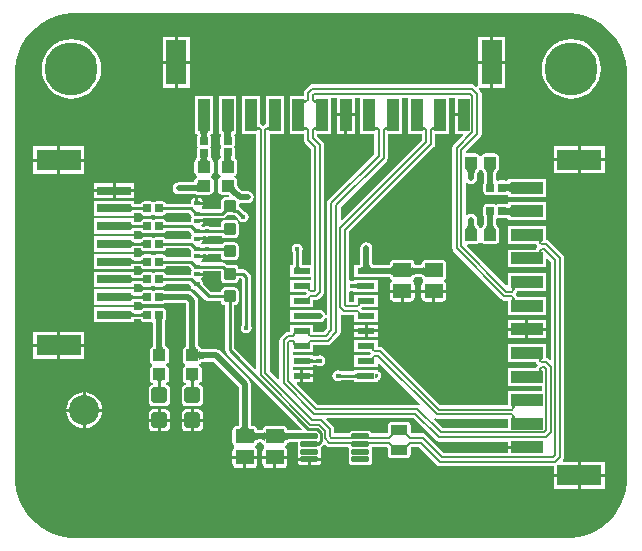
<source format=gtl>
G04*
G04 #@! TF.GenerationSoftware,Altium Limited,Altium Designer,22.2.1 (43)*
G04*
G04 Layer_Physical_Order=1*
G04 Layer_Color=255*
%FSLAX25Y25*%
%MOIN*%
G70*
G04*
G04 #@! TF.SameCoordinates,8C13D30C-EDE4-482D-8627-422F1F93D62C*
G04*
G04*
G04 #@! TF.FilePolarity,Positive*
G04*
G01*
G75*
%ADD11C,0.01000*%
G04:AMPARAMS|DCode=16|XSize=55.12mil|YSize=35.43mil|CornerRadius=2.66mil|HoleSize=0mil|Usage=FLASHONLY|Rotation=180.000|XOffset=0mil|YOffset=0mil|HoleType=Round|Shape=RoundedRectangle|*
%AMROUNDEDRECTD16*
21,1,0.05512,0.03012,0,0,180.0*
21,1,0.04980,0.03543,0,0,180.0*
1,1,0.00532,-0.02490,0.01506*
1,1,0.00532,0.02490,0.01506*
1,1,0.00532,0.02490,-0.01506*
1,1,0.00532,-0.02490,-0.01506*
%
%ADD16ROUNDEDRECTD16*%
%ADD17R,0.11417X0.03150*%
%ADD18R,0.14961X0.07087*%
%ADD19R,0.05728X0.02197*%
%ADD20R,0.07087X0.14961*%
%ADD21R,0.03937X0.10630*%
%ADD22R,0.10630X0.03937*%
G04:AMPARAMS|DCode=23|XSize=43.31mil|YSize=39.37mil|CornerRadius=3.94mil|HoleSize=0mil|Usage=FLASHONLY|Rotation=0.000|XOffset=0mil|YOffset=0mil|HoleType=Round|Shape=RoundedRectangle|*
%AMROUNDEDRECTD23*
21,1,0.04331,0.03150,0,0,0.0*
21,1,0.03543,0.03937,0,0,0.0*
1,1,0.00787,0.01772,-0.01575*
1,1,0.00787,-0.01772,-0.01575*
1,1,0.00787,-0.01772,0.01575*
1,1,0.00787,0.01772,0.01575*
%
%ADD23ROUNDEDRECTD23*%
G04:AMPARAMS|DCode=24|XSize=23.62mil|YSize=27.56mil|CornerRadius=1.77mil|HoleSize=0mil|Usage=FLASHONLY|Rotation=180.000|XOffset=0mil|YOffset=0mil|HoleType=Round|Shape=RoundedRectangle|*
%AMROUNDEDRECTD24*
21,1,0.02362,0.02402,0,0,180.0*
21,1,0.02008,0.02756,0,0,180.0*
1,1,0.00354,-0.01004,0.01201*
1,1,0.00354,0.01004,0.01201*
1,1,0.00354,0.01004,-0.01201*
1,1,0.00354,-0.01004,-0.01201*
%
%ADD24ROUNDEDRECTD24*%
G04:AMPARAMS|DCode=25|XSize=23.62mil|YSize=27.56mil|CornerRadius=1.77mil|HoleSize=0mil|Usage=FLASHONLY|Rotation=270.000|XOffset=0mil|YOffset=0mil|HoleType=Round|Shape=RoundedRectangle|*
%AMROUNDEDRECTD25*
21,1,0.02362,0.02402,0,0,270.0*
21,1,0.02008,0.02756,0,0,270.0*
1,1,0.00354,-0.01201,-0.01004*
1,1,0.00354,-0.01201,0.01004*
1,1,0.00354,0.01201,0.01004*
1,1,0.00354,0.01201,-0.01004*
%
%ADD25ROUNDEDRECTD25*%
G04:AMPARAMS|DCode=26|XSize=49.21mil|YSize=62.99mil|CornerRadius=4.92mil|HoleSize=0mil|Usage=FLASHONLY|Rotation=90.000|XOffset=0mil|YOffset=0mil|HoleType=Round|Shape=RoundedRectangle|*
%AMROUNDEDRECTD26*
21,1,0.04921,0.05315,0,0,90.0*
21,1,0.03937,0.06299,0,0,90.0*
1,1,0.00984,0.02657,0.01968*
1,1,0.00984,0.02657,-0.01968*
1,1,0.00984,-0.02657,-0.01968*
1,1,0.00984,-0.02657,0.01968*
%
%ADD26ROUNDEDRECTD26*%
G04:AMPARAMS|DCode=27|XSize=43.31mil|YSize=39.37mil|CornerRadius=3.94mil|HoleSize=0mil|Usage=FLASHONLY|Rotation=270.000|XOffset=0mil|YOffset=0mil|HoleType=Round|Shape=RoundedRectangle|*
%AMROUNDEDRECTD27*
21,1,0.04331,0.03150,0,0,270.0*
21,1,0.03543,0.03937,0,0,270.0*
1,1,0.00787,-0.01575,-0.01772*
1,1,0.00787,-0.01575,0.01772*
1,1,0.00787,0.01575,0.01772*
1,1,0.00787,0.01575,-0.01772*
%
%ADD27ROUNDEDRECTD27*%
G04:AMPARAMS|DCode=28|XSize=39.37mil|YSize=39.37mil|CornerRadius=3.94mil|HoleSize=0mil|Usage=FLASHONLY|Rotation=90.000|XOffset=0mil|YOffset=0mil|HoleType=Round|Shape=RoundedRectangle|*
%AMROUNDEDRECTD28*
21,1,0.03937,0.03150,0,0,90.0*
21,1,0.03150,0.03937,0,0,90.0*
1,1,0.00787,0.01575,0.01575*
1,1,0.00787,0.01575,-0.01575*
1,1,0.00787,-0.01575,-0.01575*
1,1,0.00787,-0.01575,0.01575*
%
%ADD28ROUNDEDRECTD28*%
G04:AMPARAMS|DCode=29|XSize=51.18mil|YSize=51.18mil|CornerRadius=5.12mil|HoleSize=0mil|Usage=FLASHONLY|Rotation=270.000|XOffset=0mil|YOffset=0mil|HoleType=Round|Shape=RoundedRectangle|*
%AMROUNDEDRECTD29*
21,1,0.05118,0.04095,0,0,270.0*
21,1,0.04095,0.05118,0,0,270.0*
1,1,0.01024,-0.02047,-0.02047*
1,1,0.01024,-0.02047,0.02047*
1,1,0.01024,0.02047,0.02047*
1,1,0.01024,0.02047,-0.02047*
%
%ADD29ROUNDEDRECTD29*%
G04:AMPARAMS|DCode=30|XSize=43.31mil|YSize=39.37mil|CornerRadius=2.95mil|HoleSize=0mil|Usage=FLASHONLY|Rotation=0.000|XOffset=0mil|YOffset=0mil|HoleType=Round|Shape=RoundedRectangle|*
%AMROUNDEDRECTD30*
21,1,0.04331,0.03347,0,0,0.0*
21,1,0.03740,0.03937,0,0,0.0*
1,1,0.00591,0.01870,-0.01673*
1,1,0.00591,-0.01870,-0.01673*
1,1,0.00591,-0.01870,0.01673*
1,1,0.00591,0.01870,0.01673*
%
%ADD30ROUNDEDRECTD30*%
G04:AMPARAMS|DCode=31|XSize=57.09mil|YSize=17.72mil|CornerRadius=2.22mil|HoleSize=0mil|Usage=FLASHONLY|Rotation=0.000|XOffset=0mil|YOffset=0mil|HoleType=Round|Shape=RoundedRectangle|*
%AMROUNDEDRECTD31*
21,1,0.05709,0.01329,0,0,0.0*
21,1,0.05266,0.01772,0,0,0.0*
1,1,0.00443,0.02633,-0.00664*
1,1,0.00443,-0.02633,-0.00664*
1,1,0.00443,-0.02633,0.00664*
1,1,0.00443,0.02633,0.00664*
%
%ADD31ROUNDEDRECTD31*%
G04:AMPARAMS|DCode=32|XSize=13.78mil|YSize=17.72mil|CornerRadius=1.03mil|HoleSize=0mil|Usage=FLASHONLY|Rotation=90.000|XOffset=0mil|YOffset=0mil|HoleType=Round|Shape=RoundedRectangle|*
%AMROUNDEDRECTD32*
21,1,0.01378,0.01565,0,0,90.0*
21,1,0.01171,0.01772,0,0,90.0*
1,1,0.00207,0.00783,0.00586*
1,1,0.00207,0.00783,-0.00586*
1,1,0.00207,-0.00783,-0.00586*
1,1,0.00207,-0.00783,0.00586*
%
%ADD32ROUNDEDRECTD32*%
%ADD52C,0.00808*%
%ADD53C,0.02000*%
%ADD54C,0.17717*%
%ADD55C,0.10000*%
%ADD56C,0.02800*%
%ADD57C,0.01600*%
G36*
X471520Y433649D02*
X474114Y432955D01*
X476595Y431927D01*
X478920Y430584D01*
X481051Y428949D01*
X482949Y427051D01*
X484584Y424920D01*
X485927Y422595D01*
X486954Y420114D01*
X487649Y417520D01*
X488000Y414857D01*
Y413515D01*
X488000D01*
X488000Y413515D01*
X488000Y411515D01*
X488000Y279000D01*
X488000Y277689D01*
X487658Y275090D01*
X486979Y272557D01*
X485976Y270135D01*
X484665Y267865D01*
X483069Y265785D01*
X481215Y263931D01*
X479135Y262335D01*
X476865Y261024D01*
X474443Y260021D01*
X471910Y259342D01*
X469311Y259000D01*
X302689D01*
X300090Y259342D01*
X297557Y260021D01*
X295135Y261024D01*
X292865Y262335D01*
X290785Y263931D01*
X288931Y265785D01*
X287335Y267865D01*
X286024Y270135D01*
X285021Y272557D01*
X284342Y275090D01*
X284000Y277689D01*
Y279000D01*
X284000Y413500D01*
X284000Y414000D01*
Y415311D01*
X284342Y417910D01*
X285021Y420443D01*
X286024Y422865D01*
X287335Y425135D01*
X288931Y427215D01*
X290785Y429069D01*
X292865Y430665D01*
X295135Y431976D01*
X297557Y432979D01*
X300090Y433658D01*
X302689Y434000D01*
X304000D01*
X304000Y434000D01*
X468857D01*
X471520Y433649D01*
D02*
G37*
%LPC*%
G36*
X447291Y426000D02*
X443248D01*
Y418020D01*
X447291D01*
Y426000D01*
D02*
G37*
G36*
X342173D02*
X338130D01*
Y418020D01*
X342173D01*
Y426000D01*
D02*
G37*
G36*
X442248D02*
X438205D01*
Y418020D01*
X442248D01*
Y426000D01*
D02*
G37*
G36*
X337130D02*
X333087D01*
Y418020D01*
X337130D01*
Y426000D01*
D02*
G37*
G36*
X442248Y417020D02*
X438205D01*
Y409516D01*
X437705Y409309D01*
X437297Y409717D01*
X436833Y410027D01*
X436285Y410136D01*
X382926D01*
X382378Y410027D01*
X381914Y409717D01*
X380499Y408302D01*
X380188Y407837D01*
X380079Y407290D01*
Y406315D01*
X375410D01*
Y393685D01*
X380079D01*
Y391718D01*
X380188Y391171D01*
X380499Y390706D01*
X382460Y388744D01*
Y350098D01*
X379529D01*
Y354327D01*
X379696Y354575D01*
X379835Y355278D01*
X379696Y355980D01*
X379298Y356575D01*
X378702Y356973D01*
X378000Y357113D01*
X377298Y356973D01*
X376702Y356575D01*
X376304Y355980D01*
X376165Y355278D01*
X376304Y354575D01*
X376471Y354327D01*
Y350098D01*
X375636D01*
Y345902D01*
X382460D01*
Y345098D01*
X375636D01*
Y340902D01*
X380857D01*
X380948Y340765D01*
X381213Y340500D01*
X380948Y340235D01*
X380857Y340098D01*
X375636D01*
Y335902D01*
X383364D01*
Y338264D01*
X384085D01*
X384632Y338373D01*
X385097Y338684D01*
X386512Y340099D01*
X386823Y340564D01*
X386931Y341111D01*
Y390003D01*
X386823Y390551D01*
X386512Y391016D01*
X384550Y392977D01*
Y393685D01*
X389220D01*
Y405665D01*
X391158D01*
Y400500D01*
X394126D01*
X397094D01*
Y405665D01*
X399031D01*
Y393685D01*
X403701D01*
Y387000D01*
X388369Y371667D01*
X388058Y371203D01*
X387949Y370655D01*
Y333501D01*
X387449Y333452D01*
X387384Y333780D01*
X386942Y334442D01*
X386280Y334884D01*
X385500Y335039D01*
X383364D01*
Y335098D01*
X382390D01*
X382352Y335106D01*
X382314Y335098D01*
X382280D01*
X382252Y335101D01*
X382243Y335098D01*
X375636D01*
Y330902D01*
X382314D01*
X382352Y330894D01*
X382374Y330898D01*
X382396Y330895D01*
X382550Y330902D01*
X383364D01*
Y330937D01*
X383921Y330961D01*
X385500D01*
X386280Y331116D01*
X386942Y331558D01*
X387384Y332220D01*
X387449Y332548D01*
X387949Y332499D01*
Y328859D01*
X386826Y327735D01*
X383364D01*
Y330098D01*
X375636D01*
Y327735D01*
X374853D01*
X374306Y327626D01*
X373841Y327316D01*
X372426Y325901D01*
X372116Y325436D01*
X372007Y324889D01*
Y311945D01*
X371545Y311754D01*
X368802Y314496D01*
Y393685D01*
X373472D01*
Y406315D01*
X367535D01*
Y396885D01*
X367296Y396837D01*
X366832Y396527D01*
X366567Y396262D01*
X366302Y396527D01*
X365837Y396837D01*
X365598Y396885D01*
Y406315D01*
X359661D01*
Y393685D01*
X364331D01*
Y315499D01*
X363870Y315308D01*
X357029Y322148D01*
Y336504D01*
X357075D01*
X357619Y336612D01*
X358080Y336920D01*
X358388Y337381D01*
X358496Y337925D01*
Y341075D01*
X358388Y341619D01*
X358080Y342080D01*
X357619Y342388D01*
X357075Y342496D01*
X353925D01*
X353381Y342388D01*
X352920Y342080D01*
X352612Y341619D01*
X352504Y341075D01*
Y341029D01*
X349100D01*
X346407Y343722D01*
Y344052D01*
X346322Y344483D01*
X346078Y344848D01*
X346017Y344888D01*
Y345490D01*
X346078Y345530D01*
X346322Y345895D01*
X346407Y346326D01*
Y346411D01*
X344500D01*
Y347411D01*
X346407D01*
Y347497D01*
X346691Y347843D01*
X352495D01*
X352504Y347833D01*
Y345425D01*
X352612Y344881D01*
X352920Y344420D01*
X353381Y344112D01*
X353925Y344004D01*
X356958D01*
X356968Y344002D01*
X356979Y344004D01*
X357075D01*
X357619Y344112D01*
X358080Y344420D01*
X358388Y344881D01*
X358496Y345425D01*
Y345471D01*
X359366D01*
X359471Y345367D01*
Y329951D01*
X359304Y329702D01*
X359165Y329000D01*
X359304Y328298D01*
X359702Y327702D01*
X360298Y327304D01*
X361000Y327165D01*
X361702Y327304D01*
X362298Y327702D01*
X362696Y328298D01*
X362835Y329000D01*
X362696Y329702D01*
X362529Y329951D01*
Y346000D01*
X362413Y346585D01*
X362081Y347081D01*
X361081Y348081D01*
X360585Y348413D01*
X360000Y348529D01*
X358496D01*
Y348575D01*
X358388Y349119D01*
X358080Y349580D01*
X357619Y349888D01*
X357075Y349996D01*
X354667D01*
X354209Y350453D01*
X353713Y350785D01*
X353128Y350901D01*
X346178D01*
X346026Y351401D01*
X346078Y351436D01*
X346322Y351801D01*
X346407Y352231D01*
Y352317D01*
X344500D01*
Y353317D01*
X346407D01*
Y353402D01*
X346691Y353748D01*
X347049D01*
X347298Y353582D01*
X348000Y353442D01*
X348702Y353582D01*
X348951Y353748D01*
X352504D01*
Y352925D01*
X352612Y352381D01*
X352920Y351920D01*
X353381Y351612D01*
X353925Y351504D01*
X357075D01*
X357619Y351612D01*
X358080Y351920D01*
X358388Y352381D01*
X358496Y352925D01*
Y356075D01*
X358388Y356619D01*
X358080Y357080D01*
X357619Y357388D01*
X357075Y357496D01*
X353925D01*
X353381Y357388D01*
X352920Y357080D01*
X352738Y356807D01*
X348951D01*
X348702Y356973D01*
X348000Y357113D01*
X347298Y356973D01*
X347049Y356807D01*
X346178D01*
X346026Y357307D01*
X346078Y357341D01*
X346322Y357706D01*
X346407Y358137D01*
Y358222D01*
X344500D01*
Y359222D01*
X346407D01*
Y359308D01*
X346691Y359654D01*
X347049D01*
X347298Y359488D01*
X348000Y359348D01*
X348702Y359488D01*
X348951Y359654D01*
X352765D01*
X352920Y359420D01*
X353381Y359112D01*
X353925Y359004D01*
X357075D01*
X357619Y359112D01*
X358080Y359420D01*
X358388Y359881D01*
X358496Y360425D01*
Y363575D01*
X358388Y364119D01*
X358080Y364580D01*
X357619Y364888D01*
X357075Y364996D01*
X353925D01*
X353381Y364888D01*
X352920Y364580D01*
X352612Y364119D01*
X352504Y363575D01*
Y362713D01*
X348951D01*
X348702Y362879D01*
X348000Y363018D01*
X347298Y362879D01*
X347049Y362713D01*
X346178D01*
X346026Y363212D01*
X346078Y363247D01*
X346322Y363612D01*
X346407Y364042D01*
Y364128D01*
X344500D01*
Y365128D01*
X346407D01*
Y365214D01*
X346618Y365471D01*
X353000D01*
X353585Y365587D01*
X354081Y365919D01*
X354667Y366504D01*
X357075D01*
X357290Y366547D01*
X358246Y365591D01*
X358304Y365298D01*
X358702Y364702D01*
X359298Y364304D01*
X360000Y364165D01*
X360702Y364304D01*
X361298Y364702D01*
X361696Y365298D01*
X361835Y366000D01*
X361696Y366702D01*
X361298Y367298D01*
X360702Y367696D01*
X360409Y367754D01*
X358995Y369168D01*
X358499Y369499D01*
X358496Y369500D01*
Y370209D01*
X358803Y370461D01*
X361500D01*
X362280Y370616D01*
X362942Y371058D01*
X363384Y371720D01*
X363539Y372500D01*
X363384Y373280D01*
X362942Y373942D01*
X362280Y374384D01*
X361500Y374539D01*
X359648D01*
X358701Y375486D01*
X358365Y375847D01*
X358126Y376146D01*
X357948Y376399D01*
Y377925D01*
X357840Y378469D01*
X357532Y378930D01*
X357071Y379238D01*
X357036Y379245D01*
Y379755D01*
X357071Y379762D01*
X357532Y380070D01*
X357840Y380531D01*
X357948Y381075D01*
Y384224D01*
X357840Y384768D01*
X357532Y385229D01*
X357248Y385419D01*
X357147Y385561D01*
X357067Y385932D01*
X357066Y386037D01*
X357157Y386496D01*
Y388504D01*
X357066Y388963D01*
X356805Y389353D01*
Y389584D01*
X357066Y389974D01*
X357157Y390433D01*
Y392441D01*
X357066Y392900D01*
X356977Y393033D01*
X356951Y393102D01*
X356878Y393181D01*
X356870Y393193D01*
X356873Y393211D01*
X356992Y393424D01*
X357250Y393685D01*
X357724D01*
Y394659D01*
X357732Y394697D01*
X357724Y394735D01*
Y394792D01*
X357726Y394809D01*
X357724Y394813D01*
Y406315D01*
X351787D01*
Y394813D01*
X351786Y394809D01*
X351787Y394792D01*
Y394735D01*
X351780Y394697D01*
X351787Y394659D01*
Y393685D01*
X352296D01*
X352453Y393528D01*
X352639Y393210D01*
X352642Y393193D01*
X352634Y393181D01*
X352561Y393102D01*
X352535Y393033D01*
X352446Y392900D01*
X352355Y392441D01*
Y390433D01*
X352446Y389974D01*
X352706Y389584D01*
Y389353D01*
X352446Y388963D01*
X352355Y388504D01*
Y386496D01*
X352446Y386037D01*
X352445Y385932D01*
X352365Y385561D01*
X352264Y385419D01*
X351979Y385229D01*
X351671Y384768D01*
X351563Y384224D01*
Y381075D01*
X351671Y380531D01*
X351979Y380070D01*
X352441Y379762D01*
X352476Y379755D01*
Y379245D01*
X352441Y379238D01*
X351979Y378930D01*
X351671Y378469D01*
X351563Y377925D01*
Y374776D01*
X351671Y374232D01*
X351979Y373771D01*
X352441Y373463D01*
X352984Y373355D01*
X354904D01*
X355146Y373185D01*
X355369Y372996D01*
X355186Y372496D01*
X353925D01*
X353381Y372388D01*
X352920Y372080D01*
X352612Y371619D01*
X352504Y371075D01*
Y368667D01*
X352366Y368529D01*
X346470D01*
X346306Y368704D01*
X346078Y369152D01*
X346322Y369517D01*
X346407Y369948D01*
Y370033D01*
X344500D01*
Y370533D01*
X344000D01*
Y372244D01*
X343718D01*
X343287Y372158D01*
X342922Y371915D01*
X342678Y371550D01*
X342593Y371119D01*
Y370350D01*
X342581Y370340D01*
X334107D01*
X334081Y370471D01*
X333821Y370861D01*
X333432Y371121D01*
X332972Y371212D01*
X330965D01*
X330505Y371121D01*
X330116Y370861D01*
X329884D01*
X329495Y371121D01*
X329035Y371212D01*
X327028D01*
X326568Y371121D01*
X326179Y370861D01*
X325919Y370471D01*
X325893Y370340D01*
X323709D01*
Y371386D01*
X310291D01*
Y366236D01*
X323709D01*
Y367282D01*
X325893D01*
X325919Y367151D01*
X326179Y366761D01*
X326568Y366501D01*
X327028Y366410D01*
X329035D01*
X329495Y366501D01*
X329884Y366761D01*
X330116D01*
X330505Y366501D01*
X330965Y366410D01*
X332972D01*
X333432Y366501D01*
X333821Y366761D01*
X334081Y367151D01*
X334107Y367282D01*
X341947D01*
X342593Y366636D01*
Y366503D01*
X342678Y366072D01*
X342821Y365858D01*
X342678Y365644D01*
X342593Y365214D01*
Y364445D01*
X342581Y364435D01*
X334107D01*
X334081Y364566D01*
X333821Y364955D01*
X333432Y365215D01*
X332972Y365306D01*
X330965D01*
X330505Y365215D01*
X330116Y364955D01*
X329884D01*
X329495Y365215D01*
X329035Y365306D01*
X327028D01*
X326568Y365215D01*
X326179Y364955D01*
X325919Y364566D01*
X325893Y364435D01*
X323709D01*
Y365480D01*
X310291D01*
Y360331D01*
X323709D01*
Y361376D01*
X325893D01*
X325919Y361245D01*
X326179Y360856D01*
X326568Y360596D01*
X327028Y360505D01*
X329035D01*
X329495Y360596D01*
X329884Y360856D01*
X330116D01*
X330505Y360596D01*
X330965Y360505D01*
X332972D01*
X333432Y360596D01*
X333821Y360856D01*
X334081Y361245D01*
X334107Y361376D01*
X341947D01*
X342593Y360731D01*
Y360597D01*
X342678Y360167D01*
X342821Y359953D01*
X342678Y359739D01*
X342593Y359308D01*
Y358539D01*
X342581Y358529D01*
X334107D01*
X334081Y358660D01*
X333821Y359050D01*
X333432Y359310D01*
X332972Y359401D01*
X330965D01*
X330505Y359310D01*
X330116Y359050D01*
X329884D01*
X329495Y359310D01*
X329035Y359401D01*
X327028D01*
X326568Y359310D01*
X326179Y359050D01*
X325919Y358660D01*
X325893Y358529D01*
X323709D01*
Y359575D01*
X310291D01*
Y354425D01*
X323709D01*
Y355471D01*
X325893D01*
X325919Y355340D01*
X326179Y354950D01*
X326568Y354690D01*
X327028Y354599D01*
X329035D01*
X329495Y354690D01*
X329884Y354950D01*
X330116D01*
X330505Y354690D01*
X330965Y354599D01*
X332972D01*
X333432Y354690D01*
X333821Y354950D01*
X334081Y355340D01*
X334107Y355471D01*
X341947D01*
X342593Y354825D01*
Y354692D01*
X342678Y354261D01*
X342821Y354047D01*
X342678Y353833D01*
X342593Y353403D01*
Y352634D01*
X342581Y352624D01*
X334107D01*
X334081Y352755D01*
X333821Y353144D01*
X333432Y353404D01*
X332972Y353496D01*
X330965D01*
X330505Y353404D01*
X330116Y353144D01*
X329884D01*
X329495Y353404D01*
X329035Y353496D01*
X327028D01*
X326568Y353404D01*
X326179Y353144D01*
X325919Y352755D01*
X325893Y352624D01*
X323709D01*
Y353669D01*
X310291D01*
Y348520D01*
X323709D01*
Y349565D01*
X325893D01*
X325919Y349434D01*
X326179Y349045D01*
X326568Y348785D01*
X327028Y348693D01*
X329035D01*
X329495Y348785D01*
X329884Y349045D01*
X330116D01*
X330505Y348785D01*
X330965Y348693D01*
X332972D01*
X333432Y348785D01*
X333821Y349045D01*
X334081Y349434D01*
X334107Y349565D01*
X341947D01*
X342593Y348920D01*
Y348786D01*
X342678Y348356D01*
X342821Y348142D01*
X342678Y347928D01*
X342593Y347497D01*
Y346728D01*
X342581Y346718D01*
X334107D01*
X334081Y346849D01*
X333821Y347238D01*
X333432Y347499D01*
X332972Y347590D01*
X330965D01*
X330505Y347499D01*
X330116Y347238D01*
X329884D01*
X329495Y347499D01*
X329035Y347590D01*
X327028D01*
X326568Y347499D01*
X326179Y347238D01*
X325919Y346849D01*
X325893Y346718D01*
X323709D01*
Y347764D01*
X310291D01*
Y342614D01*
X323709D01*
Y343660D01*
X325893D01*
X325919Y343529D01*
X326179Y343140D01*
X326568Y342879D01*
X327028Y342788D01*
X329035D01*
X329495Y342879D01*
X329884Y343140D01*
X330116D01*
X330505Y342879D01*
X330965Y342788D01*
X332972D01*
X333432Y342879D01*
X333821Y343140D01*
X334081Y343529D01*
X334107Y343660D01*
X341947D01*
X342593Y343014D01*
Y342881D01*
X342678Y342450D01*
X342922Y342085D01*
X343287Y341842D01*
X343718Y341756D01*
X344048D01*
X347385Y338419D01*
X347881Y338087D01*
X348466Y337971D01*
X352504D01*
Y337925D01*
X352612Y337381D01*
X352920Y336920D01*
X353381Y336612D01*
X353925Y336504D01*
X353971D01*
Y321514D01*
X354087Y320929D01*
X354419Y320433D01*
X379512Y295340D01*
X379321Y294878D01*
X375198D01*
X375048Y294891D01*
X374832Y294926D01*
X374679Y294967D01*
X374644Y294981D01*
X374563Y295389D01*
X374233Y295883D01*
X373740Y296213D01*
X373158Y296328D01*
X367843D01*
X367260Y296213D01*
X366767Y295883D01*
X366437Y295389D01*
X366356Y294981D01*
X366321Y294967D01*
X366168Y294926D01*
X365952Y294891D01*
X365802Y294878D01*
X365198D01*
X365048Y294891D01*
X364832Y294926D01*
X364679Y294967D01*
X364644Y294981D01*
X364563Y295389D01*
X364233Y295883D01*
X363740Y296213D01*
X363158Y296328D01*
X362631D01*
X362629Y296334D01*
X362588Y296486D01*
X362552Y296700D01*
X362539Y296850D01*
Y310299D01*
X362384Y311080D01*
X361942Y311741D01*
X352442Y321241D01*
X351780Y321683D01*
X351000Y321838D01*
X346806D01*
X346732Y321846D01*
X346558Y321876D01*
X346409Y321914D01*
X346286Y321959D01*
X346185Y322008D01*
X346102Y322060D01*
X346034Y322115D01*
X345976Y322175D01*
X345887Y322293D01*
X345870Y322308D01*
X345804Y322406D01*
X345621Y322529D01*
X345589Y322557D01*
X345568Y322564D01*
X345375Y322693D01*
X345142Y322739D01*
X345129Y322771D01*
X345088Y322929D01*
X345052Y323150D01*
X345039Y323304D01*
Y338000D01*
X344884Y338780D01*
X344442Y339442D01*
X343158Y340725D01*
X342497Y341167D01*
X341717Y341323D01*
X334400D01*
X334006Y341351D01*
X333843Y341372D01*
X333730Y341394D01*
X333713Y341406D01*
X333634Y341479D01*
X333564Y341504D01*
X333432Y341593D01*
X332972Y341685D01*
X330965D01*
X330505Y341593D01*
X330116Y341333D01*
X329884D01*
X329495Y341593D01*
X329035Y341685D01*
X327028D01*
X326568Y341593D01*
X326179Y341333D01*
X325919Y340944D01*
X325893Y340813D01*
X323709D01*
Y341858D01*
X310291D01*
Y336709D01*
X323709D01*
Y337754D01*
X325893D01*
X325919Y337623D01*
X326179Y337234D01*
X326568Y336974D01*
X327028Y336882D01*
X329035D01*
X329495Y336974D01*
X329884Y337234D01*
X330116D01*
X330505Y336974D01*
X330965Y336882D01*
X332972D01*
X333432Y336974D01*
X333564Y337063D01*
X333634Y337088D01*
X333713Y337161D01*
X333730Y337173D01*
X333812Y337189D01*
X334592Y337244D01*
X340872D01*
X340961Y337155D01*
Y323304D01*
X340948Y323150D01*
X340912Y322929D01*
X340870Y322771D01*
X340858Y322739D01*
X340624Y322693D01*
X340196Y322406D01*
X339910Y321978D01*
X339809Y321472D01*
Y318126D01*
X339910Y317621D01*
X340196Y317192D01*
X340624Y316906D01*
X340631Y316904D01*
Y316395D01*
X340624Y316393D01*
X340196Y316107D01*
X339910Y315679D01*
X339809Y315173D01*
Y311827D01*
X339910Y311321D01*
X340196Y310893D01*
X340624Y310607D01*
X340809Y310570D01*
Y310060D01*
X340363Y309971D01*
X339863Y309637D01*
X339529Y309137D01*
X339411Y308547D01*
Y304453D01*
X339529Y303863D01*
X339863Y303363D01*
X340363Y303029D01*
X340953Y302911D01*
X345047D01*
X345637Y303029D01*
X346137Y303363D01*
X346471Y303863D01*
X346589Y304453D01*
Y308547D01*
X346471Y309137D01*
X346137Y309637D01*
X345637Y309971D01*
X345191Y310060D01*
Y310570D01*
X345375Y310607D01*
X345804Y310893D01*
X346090Y311321D01*
X346191Y311827D01*
Y315173D01*
X346090Y315679D01*
X345804Y316107D01*
X345375Y316393D01*
X345369Y316395D01*
Y316904D01*
X345375Y316906D01*
X345568Y317034D01*
X345589Y317042D01*
X345621Y317070D01*
X345804Y317192D01*
X345870Y317291D01*
X345887Y317306D01*
X345976Y317423D01*
X346034Y317483D01*
X346102Y317538D01*
X346185Y317590D01*
X346286Y317639D01*
X346409Y317684D01*
X346558Y317723D01*
X346732Y317753D01*
X346806Y317760D01*
X350155D01*
X358461Y309454D01*
Y296850D01*
X358448Y296700D01*
X358412Y296486D01*
X358371Y296334D01*
X358369Y296328D01*
X357842D01*
X357260Y296213D01*
X356767Y295883D01*
X356437Y295389D01*
X356321Y294807D01*
Y290870D01*
X356437Y290288D01*
X356767Y289794D01*
X357062Y289597D01*
Y289033D01*
X356767Y288836D01*
X356437Y288342D01*
X356321Y287760D01*
Y286291D01*
X360500D01*
X364679D01*
Y287760D01*
X364563Y288342D01*
X364233Y288836D01*
X363938Y289033D01*
Y289597D01*
X364233Y289794D01*
X364563Y290288D01*
X364644Y290696D01*
X364679Y290710D01*
X364832Y290751D01*
X365048Y290786D01*
X365198Y290799D01*
X365802D01*
X365952Y290786D01*
X366168Y290751D01*
X366321Y290710D01*
X366356Y290696D01*
X366437Y290288D01*
X366767Y289794D01*
X367062Y289597D01*
Y289033D01*
X366767Y288836D01*
X366437Y288342D01*
X366321Y287760D01*
Y286291D01*
X370500D01*
X374679D01*
Y287760D01*
X374563Y288342D01*
X374233Y288836D01*
X373938Y289033D01*
Y289597D01*
X374233Y289794D01*
X374563Y290288D01*
X374644Y290696D01*
X374679Y290710D01*
X374832Y290751D01*
X375048Y290786D01*
X375198Y290799D01*
X378157D01*
Y289615D01*
X378252Y289139D01*
X378345Y289000D01*
X378252Y288861D01*
X378157Y288385D01*
Y287056D01*
X378252Y286579D01*
X378345Y286441D01*
X378252Y286302D01*
X378157Y285826D01*
Y285661D01*
X385914D01*
Y285826D01*
X385819Y286302D01*
X385726Y286441D01*
X385819Y286579D01*
X385914Y287056D01*
Y288385D01*
X385819Y288861D01*
X386000Y289198D01*
X386818Y290016D01*
X387412Y290027D01*
X387697Y289743D01*
X388161Y289433D01*
X388709Y289323D01*
X394927D01*
X395173Y288876D01*
X395176Y288837D01*
X395086Y288385D01*
Y287056D01*
X395181Y286579D01*
X395274Y286441D01*
X395181Y286302D01*
X395086Y285826D01*
Y284497D01*
X395181Y284020D01*
X395451Y283616D01*
X395855Y283347D01*
X396332Y283252D01*
X401597D01*
X402074Y283347D01*
X402478Y283616D01*
X402748Y284020D01*
X402843Y284497D01*
Y285826D01*
X402748Y286302D01*
X402655Y286441D01*
X402748Y286579D01*
X402843Y287056D01*
Y288385D01*
X402753Y288837D01*
X402756Y288876D01*
X403003Y289323D01*
X407979D01*
X408219Y289083D01*
Y286805D01*
X408318Y286311D01*
X408597Y285893D01*
X409016Y285613D01*
X409510Y285515D01*
X414490D01*
X414984Y285613D01*
X415403Y285893D01*
X415683Y286311D01*
X415781Y286805D01*
Y289083D01*
X416021Y289323D01*
X418652D01*
X424596Y283380D01*
X425060Y283069D01*
X425608Y282961D01*
X463520D01*
Y280382D01*
X471500D01*
Y284425D01*
X466603D01*
X466412Y284887D01*
X466620Y285096D01*
X466930Y285560D01*
X467039Y286108D01*
Y352270D01*
X466931Y352818D01*
X466620Y353282D01*
X462023Y357879D01*
X461559Y358190D01*
X461011Y358298D01*
X460795D01*
Y362968D01*
X448165D01*
Y357031D01*
X457595D01*
X457643Y356792D01*
X457953Y356328D01*
X458218Y356063D01*
X457953Y355798D01*
X457643Y355333D01*
X457595Y355095D01*
X448165D01*
Y349158D01*
X460795D01*
Y352131D01*
X461257Y352322D01*
X462569Y351011D01*
Y318617D01*
X462107Y318426D01*
X462023Y318509D01*
X461559Y318819D01*
X461011Y318928D01*
X460795D01*
Y323598D01*
X448165D01*
Y317661D01*
X457595D01*
X457643Y317422D01*
X457953Y316958D01*
X458218Y316693D01*
X457953Y316428D01*
X457643Y315963D01*
X457595Y315724D01*
X448165D01*
Y309787D01*
X459576D01*
Y307850D01*
X448165D01*
Y303180D01*
X425723D01*
X406587Y322316D01*
X406122Y322626D01*
X405574Y322736D01*
X404792D01*
Y325098D01*
X397064D01*
Y320902D01*
X402284D01*
X402376Y320765D01*
X402641Y320500D01*
X402376Y320235D01*
X402284Y320098D01*
X397064D01*
Y315902D01*
X404792D01*
Y317135D01*
X405254Y317326D01*
X418874Y303706D01*
X418555Y303318D01*
X418548Y303323D01*
X418000Y303432D01*
X384867D01*
X377859Y310440D01*
X378050Y310902D01*
X379000D01*
Y313000D01*
Y315098D01*
X376478D01*
Y315902D01*
X383364D01*
Y316471D01*
X384549D01*
X384798Y316304D01*
X385500Y316165D01*
X386202Y316304D01*
X386798Y316702D01*
X387196Y317298D01*
X387335Y318000D01*
X387196Y318702D01*
X386798Y319298D01*
X386202Y319696D01*
X385500Y319835D01*
X384798Y319696D01*
X384549Y319529D01*
X383364D01*
Y320098D01*
X376478D01*
Y320902D01*
X383364D01*
Y323265D01*
X388085D01*
X388632Y323374D01*
X389097Y323684D01*
X392001Y326588D01*
X392311Y327052D01*
X392420Y327600D01*
Y333287D01*
X392920Y333544D01*
X393176Y333373D01*
X393723Y333264D01*
X397064D01*
Y330902D01*
X404792D01*
Y335098D01*
X399571D01*
X399480Y335235D01*
X399215Y335500D01*
X399480Y335765D01*
X399571Y335902D01*
X404792D01*
Y340098D01*
X397064D01*
Y337736D01*
X395347D01*
Y340809D01*
X395848Y341219D01*
X396120Y341165D01*
X396564Y341253D01*
X397064Y340910D01*
Y340902D01*
X404792D01*
Y345098D01*
X397064D01*
Y345090D01*
X396564Y344747D01*
X396120Y344835D01*
X395848Y344781D01*
X395347Y345191D01*
Y361153D01*
X423501Y389307D01*
X423812Y389771D01*
X423920Y390319D01*
Y393685D01*
X428590D01*
Y405665D01*
X430528D01*
Y400500D01*
X433496D01*
Y399500D01*
X430528D01*
Y393685D01*
X433065D01*
X433257Y393223D01*
X430058Y390025D01*
X429748Y389560D01*
X429639Y389012D01*
Y355502D01*
X429748Y354954D01*
X430058Y354489D01*
X446049Y338499D01*
X446513Y338188D01*
X447061Y338079D01*
X448165D01*
Y333409D01*
X460795D01*
Y339346D01*
X451365D01*
X451318Y339585D01*
X451007Y340050D01*
X450742Y340315D01*
X451007Y340580D01*
X451318Y341044D01*
X451365Y341283D01*
X460795D01*
Y347220D01*
X448165D01*
Y343358D01*
X447703Y343167D01*
X434563Y356307D01*
X434770Y356807D01*
X437507D01*
X438051Y356915D01*
X438512Y357224D01*
X438820Y357685D01*
X438827Y357720D01*
X439337D01*
X439344Y357685D01*
X439652Y357224D01*
X440113Y356915D01*
X440657Y356807D01*
X443806D01*
X444350Y356915D01*
X444811Y357224D01*
X445119Y357685D01*
X445227Y358228D01*
Y361772D01*
X445119Y362315D01*
X444970Y362538D01*
X444963Y362559D01*
X444936Y362590D01*
X444811Y362776D01*
X444715Y362841D01*
X444700Y362857D01*
X444591Y362941D01*
X444538Y362993D01*
X444488Y363057D01*
X444439Y363138D01*
X444391Y363242D01*
X444346Y363370D01*
X444308Y363526D01*
X444278Y363710D01*
X444271Y363786D01*
Y365253D01*
X444611Y365497D01*
X444771Y365551D01*
X445165Y365473D01*
X447172D01*
X447632Y365564D01*
X447665Y365587D01*
X448006Y365474D01*
X448040Y365449D01*
X448165Y365309D01*
Y364906D01*
X449139D01*
X449177Y364898D01*
X449216Y364906D01*
X449272D01*
X449289Y364904D01*
X449294Y364906D01*
X460795D01*
Y370843D01*
X449294D01*
X449289Y370844D01*
X449272Y370843D01*
X449216D01*
X449177Y370850D01*
X449139Y370843D01*
X448165D01*
Y370439D01*
X448040Y370299D01*
X448006Y370274D01*
X447665Y370161D01*
X447632Y370184D01*
X447172Y370275D01*
X445165D01*
X444705Y370184D01*
X444316Y369923D01*
X444084D01*
X443695Y370184D01*
X443235Y370275D01*
X441228D01*
X440768Y370184D01*
X440379Y369923D01*
X440119Y369534D01*
X440027Y369075D01*
Y366673D01*
X440119Y366214D01*
X440124Y366206D01*
X440192Y365130D01*
Y363786D01*
X440185Y363710D01*
X440155Y363526D01*
X440117Y363370D01*
X440072Y363241D01*
X440024Y363138D01*
X439975Y363057D01*
X439925Y362993D01*
X439872Y362941D01*
X439762Y362857D01*
X439748Y362841D01*
X439652Y362776D01*
X439527Y362590D01*
X439500Y362559D01*
X439493Y362538D01*
X439344Y362315D01*
X439337Y362280D01*
X438827D01*
X438820Y362315D01*
X438671Y362538D01*
X438664Y362559D01*
X438636Y362590D01*
X438512Y362776D01*
X438415Y362841D01*
X438401Y362857D01*
X438292Y362941D01*
X438239Y362993D01*
X438189Y363057D01*
X438139Y363138D01*
X438092Y363242D01*
X438047Y363370D01*
X438008Y363526D01*
X437978Y363710D01*
X437971Y363786D01*
Y365059D01*
X437816Y365840D01*
X437374Y366501D01*
X436713Y366943D01*
X435932Y367098D01*
X435152Y366943D01*
X434610Y366581D01*
X434110Y366763D01*
Y377237D01*
X434610Y377419D01*
X435152Y377057D01*
X435932Y376902D01*
X436713Y377057D01*
X437374Y377499D01*
X437816Y378160D01*
X437971Y378941D01*
Y380214D01*
X437978Y380290D01*
X438008Y380474D01*
X438047Y380630D01*
X438092Y380759D01*
X438139Y380862D01*
X438189Y380943D01*
X438239Y381007D01*
X438292Y381059D01*
X438401Y381143D01*
X438415Y381159D01*
X438512Y381224D01*
X438636Y381410D01*
X438664Y381441D01*
X438671Y381462D01*
X438820Y381685D01*
X438827Y381720D01*
X439337D01*
X439344Y381685D01*
X439493Y381462D01*
X439500Y381441D01*
X439527Y381410D01*
X439652Y381224D01*
X439748Y381159D01*
X439762Y381143D01*
X439872Y381059D01*
X439925Y381007D01*
X439975Y380943D01*
X440024Y380862D01*
X440072Y380759D01*
X440117Y380630D01*
X440155Y380474D01*
X440185Y380290D01*
X440192Y380214D01*
Y377980D01*
X440168Y377515D01*
X440164Y377475D01*
X440119Y377408D01*
X440027Y376949D01*
Y374547D01*
X440119Y374088D01*
X440379Y373698D01*
X440768Y373438D01*
X441228Y373347D01*
X443235D01*
X443695Y373438D01*
X444084Y373698D01*
X444316D01*
X444705Y373438D01*
X445165Y373347D01*
X447172D01*
X447632Y373438D01*
X447665Y373461D01*
X448006Y373348D01*
X448040Y373323D01*
X448165Y373183D01*
Y372779D01*
X449139D01*
X449177Y372772D01*
X449216Y372779D01*
X449272D01*
X449289Y372778D01*
X449294Y372779D01*
X460795D01*
Y378716D01*
X449294D01*
X449289Y378718D01*
X449272Y378716D01*
X449216D01*
X449177Y378724D01*
X449139Y378716D01*
X448165D01*
Y378313D01*
X448040Y378173D01*
X448006Y378148D01*
X447665Y378035D01*
X447632Y378058D01*
X447172Y378149D01*
X445165D01*
X444798Y378076D01*
X444510Y378202D01*
X444278Y378374D01*
X444271Y378492D01*
Y380214D01*
X444278Y380290D01*
X444308Y380474D01*
X444346Y380630D01*
X444391Y380759D01*
X444439Y380862D01*
X444488Y380943D01*
X444538Y381007D01*
X444591Y381059D01*
X444700Y381143D01*
X444715Y381159D01*
X444811Y381224D01*
X444936Y381410D01*
X444963Y381441D01*
X444970Y381462D01*
X445119Y381685D01*
X445227Y382228D01*
Y385772D01*
X445119Y386315D01*
X444811Y386776D01*
X444350Y387085D01*
X443806Y387193D01*
X440657D01*
X440113Y387085D01*
X439652Y386776D01*
X439344Y386315D01*
X439337Y386280D01*
X438827D01*
X438820Y386315D01*
X438512Y386776D01*
X438051Y387085D01*
X437507Y387193D01*
X434358D01*
X434225Y387301D01*
X434206Y387849D01*
X438989Y392632D01*
X439299Y393097D01*
X439408Y393644D01*
Y407013D01*
X439299Y407561D01*
X438989Y408025D01*
X438475Y408539D01*
X438682Y409039D01*
X442248D01*
Y417020D01*
D02*
G37*
G36*
X447291D02*
X443248D01*
Y409039D01*
X447291D01*
Y417020D01*
D02*
G37*
G36*
X342173D02*
X338130D01*
Y409039D01*
X342173D01*
Y417020D01*
D02*
G37*
G36*
X337130D02*
X333087D01*
Y409039D01*
X337130D01*
Y417020D01*
D02*
G37*
G36*
X469311Y425217D02*
X467378Y425027D01*
X465520Y424463D01*
X463807Y423547D01*
X462306Y422316D01*
X461074Y420814D01*
X460159Y419102D01*
X459595Y417243D01*
X459405Y415311D01*
X459595Y413378D01*
X460159Y411520D01*
X461074Y409807D01*
X462306Y408306D01*
X463807Y407074D01*
X465520Y406159D01*
X467378Y405595D01*
X469311Y405405D01*
X471243Y405595D01*
X473102Y406159D01*
X474814Y407074D01*
X476315Y408306D01*
X477547Y409807D01*
X478463Y411520D01*
X479027Y413378D01*
X479217Y415311D01*
X479027Y417243D01*
X478463Y419102D01*
X477547Y420814D01*
X476315Y422316D01*
X474814Y423547D01*
X473102Y424463D01*
X471243Y425027D01*
X469311Y425217D01*
D02*
G37*
G36*
X302689D02*
X300757Y425027D01*
X298898Y424463D01*
X297186Y423547D01*
X295685Y422316D01*
X294453Y420814D01*
X293537Y419102D01*
X292973Y417243D01*
X292783Y415311D01*
X292973Y413378D01*
X293537Y411520D01*
X294453Y409807D01*
X295685Y408306D01*
X297186Y407074D01*
X298898Y406159D01*
X300757Y405595D01*
X302689Y405405D01*
X304622Y405595D01*
X306480Y406159D01*
X308193Y407074D01*
X309694Y408306D01*
X310926Y409807D01*
X311841Y411520D01*
X312405Y413378D01*
X312595Y415311D01*
X312405Y417243D01*
X311841Y419102D01*
X310926Y420814D01*
X309694Y422316D01*
X308193Y423547D01*
X306480Y424463D01*
X304622Y425027D01*
X302689Y425217D01*
D02*
G37*
G36*
X397094Y399500D02*
X394626D01*
Y393685D01*
X397094D01*
Y399500D01*
D02*
G37*
G36*
X393626D02*
X391158D01*
Y393685D01*
X393626D01*
Y399500D01*
D02*
G37*
G36*
X480480Y389543D02*
X472500D01*
Y385500D01*
X480480D01*
Y389543D01*
D02*
G37*
G36*
X471500D02*
X463520D01*
Y385500D01*
X471500D01*
Y389543D01*
D02*
G37*
G36*
X306976Y389496D02*
X298996D01*
Y385453D01*
X306976D01*
Y389496D01*
D02*
G37*
G36*
X297996D02*
X290016D01*
Y385453D01*
X297996D01*
Y389496D01*
D02*
G37*
G36*
X480480Y384500D02*
X472500D01*
Y380457D01*
X480480D01*
Y384500D01*
D02*
G37*
G36*
X471500D02*
X463520D01*
Y380457D01*
X471500D01*
Y384500D01*
D02*
G37*
G36*
X306976Y384453D02*
X298996D01*
Y380410D01*
X306976D01*
Y384453D01*
D02*
G37*
G36*
X297996D02*
X290016D01*
Y380410D01*
X297996D01*
Y384453D01*
D02*
G37*
G36*
X323709Y377291D02*
X317500D01*
Y375217D01*
X323709D01*
Y377291D01*
D02*
G37*
G36*
X316500D02*
X310291D01*
Y375217D01*
X316500D01*
Y377291D01*
D02*
G37*
G36*
X349850Y406315D02*
X343913D01*
Y394813D01*
X343912Y394809D01*
X343913Y394792D01*
Y394735D01*
X343906Y394697D01*
X343913Y394659D01*
Y393685D01*
X344468D01*
X344722Y393383D01*
X344807Y393209D01*
X344793Y393108D01*
X344772Y392996D01*
X344760Y392978D01*
X344687Y392899D01*
X344661Y392830D01*
X344572Y392697D01*
X344481Y392238D01*
Y390230D01*
X344572Y389771D01*
X344832Y389382D01*
Y389150D01*
X344572Y388760D01*
X344481Y388301D01*
Y386293D01*
X344572Y385834D01*
X344321Y385374D01*
X344296Y385357D01*
X344106Y385229D01*
X343797Y384768D01*
X343689Y384224D01*
Y381075D01*
X343797Y380531D01*
X344106Y380070D01*
X344566Y379762D01*
X344602Y379755D01*
Y379245D01*
X344566Y379238D01*
X344106Y378930D01*
X343797Y378469D01*
X343689Y377925D01*
Y377621D01*
X343567Y377589D01*
X343344Y377553D01*
X343186Y377539D01*
X338500D01*
X337720Y377384D01*
X337058Y376942D01*
X336616Y376280D01*
X336461Y375500D01*
X336616Y374720D01*
X337058Y374058D01*
X337720Y373616D01*
X338500Y373461D01*
X344247D01*
X344638Y373442D01*
X344693Y373436D01*
X344741Y373428D01*
X344742Y373428D01*
X345110Y373355D01*
X348654D01*
X349197Y373463D01*
X349658Y373771D01*
X349966Y374232D01*
X350075Y374776D01*
Y377925D01*
X349966Y378469D01*
X349658Y378930D01*
X349197Y379238D01*
X349162Y379245D01*
Y379755D01*
X349197Y379762D01*
X349658Y380070D01*
X349966Y380531D01*
X350075Y381075D01*
Y384224D01*
X349966Y384768D01*
X349658Y385229D01*
X349468Y385357D01*
X349442Y385374D01*
X349192Y385834D01*
X349283Y386293D01*
Y388301D01*
X349192Y388760D01*
X348931Y389150D01*
Y389382D01*
X349192Y389771D01*
X349283Y390230D01*
Y392238D01*
X349192Y392697D01*
X349103Y392830D01*
X349077Y392899D01*
X349004Y392978D01*
X348992Y392996D01*
X348976Y393078D01*
X348967Y393205D01*
X349334Y393685D01*
X349850D01*
Y394659D01*
X349858Y394697D01*
X349850Y394735D01*
Y394792D01*
X349852Y394809D01*
X349850Y394813D01*
Y406315D01*
D02*
G37*
G36*
X323709Y374217D02*
X317500D01*
Y372142D01*
X323709D01*
Y374217D01*
D02*
G37*
G36*
X316500D02*
X310291D01*
Y372142D01*
X316500D01*
Y374217D01*
D02*
G37*
G36*
X345283Y372244D02*
X345000D01*
Y371033D01*
X346407D01*
Y371119D01*
X346322Y371550D01*
X346078Y371915D01*
X345713Y372158D01*
X345283Y372244D01*
D02*
G37*
G36*
X401000Y357539D02*
X400220Y357384D01*
X399558Y356942D01*
X399116Y356280D01*
X398961Y355500D01*
Y350639D01*
X398948Y350490D01*
X398912Y350276D01*
X398871Y350124D01*
X398861Y350098D01*
X397064D01*
Y345902D01*
X403742D01*
X403780Y345894D01*
X403802Y345898D01*
X403824Y345895D01*
X403978Y345902D01*
X404792D01*
Y345937D01*
X405349Y345961D01*
X408318D01*
X408477Y345948D01*
X408704Y345911D01*
X408870Y345869D01*
X408900Y345857D01*
X408937Y345673D01*
X409267Y345179D01*
X409562Y344982D01*
Y344418D01*
X409267Y344221D01*
X408937Y343727D01*
X408821Y343145D01*
Y341676D01*
X413000D01*
X417179D01*
Y343145D01*
X417063Y343727D01*
X416733Y344221D01*
X416438Y344418D01*
Y344982D01*
X416733Y345179D01*
X417063Y345673D01*
X417090Y345809D01*
X417108Y345815D01*
X417279Y345859D01*
X417512Y345895D01*
X417674Y345909D01*
X418825D01*
X418988Y345895D01*
X419221Y345859D01*
X419392Y345815D01*
X419410Y345809D01*
X419437Y345673D01*
X419767Y345179D01*
X420062Y344982D01*
Y344418D01*
X419767Y344221D01*
X419437Y343727D01*
X419321Y343145D01*
Y341676D01*
X423500D01*
X427679D01*
Y343145D01*
X427563Y343727D01*
X427233Y344221D01*
X426938Y344418D01*
Y344982D01*
X427233Y345179D01*
X427563Y345673D01*
X427679Y346255D01*
Y350192D01*
X427563Y350774D01*
X427233Y351268D01*
X426740Y351598D01*
X426158Y351713D01*
X420843D01*
X420260Y351598D01*
X419767Y351268D01*
X419437Y350774D01*
X419321Y350192D01*
Y350074D01*
X419177Y350036D01*
X418960Y350001D01*
X418807Y349987D01*
X417693D01*
X417540Y350001D01*
X417323Y350036D01*
X417179Y350074D01*
Y350192D01*
X417063Y350774D01*
X416733Y351268D01*
X416240Y351598D01*
X415658Y351713D01*
X410343D01*
X409760Y351598D01*
X409267Y351268D01*
X408937Y350774D01*
X408821Y350192D01*
Y350128D01*
X408673Y350088D01*
X408457Y350052D01*
X408305Y350039D01*
X404792D01*
Y350098D01*
X403818D01*
X403780Y350106D01*
X403742Y350098D01*
X403708D01*
X403680Y350101D01*
X403671Y350098D01*
X403139D01*
X403128Y350124D01*
X403088Y350276D01*
X403052Y350490D01*
X403039Y350639D01*
Y355500D01*
X402884Y356280D01*
X402442Y356942D01*
X401780Y357384D01*
X401000Y357539D01*
D02*
G37*
G36*
X427679Y340676D02*
X424000D01*
Y337686D01*
X426158D01*
X426740Y337802D01*
X427233Y338132D01*
X427563Y338626D01*
X427679Y339208D01*
Y340676D01*
D02*
G37*
G36*
X423000D02*
X419321D01*
Y339208D01*
X419437Y338626D01*
X419767Y338132D01*
X420260Y337802D01*
X420843Y337686D01*
X423000D01*
Y340676D01*
D02*
G37*
G36*
X417179D02*
X413500D01*
Y337686D01*
X415658D01*
X416240Y337802D01*
X416733Y338132D01*
X417063Y338626D01*
X417179Y339208D01*
Y340676D01*
D02*
G37*
G36*
X412500D02*
X408821D01*
Y339208D01*
X408937Y338626D01*
X409267Y338132D01*
X409760Y337802D01*
X410343Y337686D01*
X412500D01*
Y340676D01*
D02*
G37*
G36*
X460795Y331472D02*
X454980D01*
Y329004D01*
X460795D01*
Y331472D01*
D02*
G37*
G36*
X453980D02*
X448165D01*
Y329004D01*
X453980D01*
Y331472D01*
D02*
G37*
G36*
X404792Y330098D02*
X401428D01*
Y328500D01*
X404792D01*
Y330098D01*
D02*
G37*
G36*
X400428D02*
X397064D01*
Y328500D01*
X400428D01*
Y330098D01*
D02*
G37*
G36*
X404792Y327500D02*
X401428D01*
Y325902D01*
X404792D01*
Y327500D01*
D02*
G37*
G36*
X400428D02*
X397064D01*
Y325902D01*
X400428D01*
Y327500D01*
D02*
G37*
G36*
X460795Y328004D02*
X454980D01*
Y325535D01*
X460795D01*
Y328004D01*
D02*
G37*
G36*
X453980D02*
X448165D01*
Y325535D01*
X453980D01*
Y328004D01*
D02*
G37*
G36*
X306976Y327685D02*
X298996D01*
Y323642D01*
X306976D01*
Y327685D01*
D02*
G37*
G36*
X297996D02*
X290016D01*
Y323642D01*
X297996D01*
Y327685D01*
D02*
G37*
G36*
X306976Y322642D02*
X298996D01*
Y318598D01*
X306976D01*
Y322642D01*
D02*
G37*
G36*
X297996D02*
X290016D01*
Y318598D01*
X297996D01*
Y322642D01*
D02*
G37*
G36*
X404792Y315098D02*
X397064D01*
Y314529D01*
X392451D01*
X392202Y314696D01*
X391500Y314835D01*
X390798Y314696D01*
X390202Y314298D01*
X389804Y313702D01*
X389665Y313000D01*
X389804Y312298D01*
X390202Y311702D01*
X390798Y311304D01*
X391500Y311165D01*
X392202Y311304D01*
X392451Y311471D01*
X397064D01*
Y310902D01*
X404792D01*
Y311480D01*
X404806Y311481D01*
X404988Y311522D01*
X405170Y311558D01*
X405181Y311565D01*
X405194Y311568D01*
X405346Y311676D01*
X405501Y311779D01*
X405508Y311790D01*
X405519Y311798D01*
X405619Y311955D01*
X405722Y312110D01*
X405724Y312123D01*
X405732Y312134D01*
X405763Y312318D01*
X405799Y312500D01*
Y313500D01*
X405763Y313683D01*
X405732Y313866D01*
X405724Y313877D01*
X405722Y313890D01*
X405618Y314045D01*
X405519Y314202D01*
X405508Y314210D01*
X405501Y314221D01*
X405346Y314324D01*
X405194Y314432D01*
X405181Y314435D01*
X405170Y314442D01*
X404988Y314478D01*
X404806Y314519D01*
X404792Y314520D01*
Y315098D01*
D02*
G37*
G36*
X383364D02*
X380000D01*
Y313500D01*
X383364D01*
Y315098D01*
D02*
G37*
G36*
Y312500D02*
X380000D01*
Y310902D01*
X383364D01*
Y312500D01*
D02*
G37*
G36*
X323709Y335953D02*
X310291D01*
Y330803D01*
X323709D01*
Y331849D01*
X325893D01*
X325919Y331718D01*
X326179Y331329D01*
X326568Y331068D01*
X327028Y330977D01*
X329035D01*
X329421Y331054D01*
X329595Y330999D01*
X329939Y330764D01*
X329945Y330657D01*
Y323302D01*
X329932Y323148D01*
X329896Y322925D01*
X329854Y322765D01*
X329843Y322736D01*
X329625Y322693D01*
X329196Y322406D01*
X328910Y321978D01*
X328809Y321472D01*
Y318126D01*
X328910Y317621D01*
X329196Y317192D01*
X329625Y316906D01*
X329631Y316904D01*
Y316395D01*
X329625Y316393D01*
X329196Y316107D01*
X328910Y315679D01*
X328809Y315173D01*
Y311827D01*
X328910Y311321D01*
X329196Y310893D01*
X329625Y310607D01*
X329809Y310570D01*
Y310060D01*
X329363Y309971D01*
X328863Y309637D01*
X328529Y309137D01*
X328411Y308547D01*
Y304453D01*
X328529Y303863D01*
X328863Y303363D01*
X329363Y303029D01*
X329953Y302911D01*
X334047D01*
X334637Y303029D01*
X335137Y303363D01*
X335471Y303863D01*
X335589Y304453D01*
Y308547D01*
X335471Y309137D01*
X335137Y309637D01*
X334637Y309971D01*
X334191Y310060D01*
Y310570D01*
X334376Y310607D01*
X334804Y310893D01*
X335090Y311321D01*
X335191Y311827D01*
Y315173D01*
X335090Y315679D01*
X334804Y316107D01*
X334376Y316393D01*
X334369Y316395D01*
Y316904D01*
X334376Y316906D01*
X334804Y317192D01*
X335090Y317621D01*
X335191Y318126D01*
Y321472D01*
X335090Y321978D01*
X334804Y322406D01*
X334376Y322693D01*
X334127Y322742D01*
X334113Y322776D01*
X334072Y322933D01*
X334036Y323153D01*
X334023Y323305D01*
Y331206D01*
X334043Y331625D01*
X334047Y331666D01*
X334081Y331718D01*
X334173Y332177D01*
Y334579D01*
X334081Y335038D01*
X333821Y335427D01*
X333432Y335688D01*
X332972Y335779D01*
X330965D01*
X330505Y335688D01*
X330371Y335598D01*
X330000Y335468D01*
X329629Y335598D01*
X329495Y335688D01*
X329035Y335779D01*
X327028D01*
X326568Y335688D01*
X326179Y335427D01*
X325919Y335038D01*
X325893Y334907D01*
X323709D01*
Y335953D01*
D02*
G37*
G36*
X307500Y307492D02*
Y302013D01*
X312980D01*
X312913Y302689D01*
X312570Y303820D01*
X312013Y304862D01*
X311263Y305776D01*
X310349Y306526D01*
X309307Y307083D01*
X308176Y307426D01*
X307500Y307492D01*
D02*
G37*
G36*
X306500D02*
X305824Y307426D01*
X304693Y307083D01*
X303650Y306526D01*
X302737Y305776D01*
X301987Y304862D01*
X301430Y303820D01*
X301087Y302689D01*
X301020Y302013D01*
X306500D01*
Y307492D01*
D02*
G37*
G36*
X345047Y301821D02*
X343500D01*
Y298732D01*
X346589D01*
Y300279D01*
X346471Y300869D01*
X346137Y301370D01*
X345637Y301704D01*
X345047Y301821D01*
D02*
G37*
G36*
X334047D02*
X332500D01*
Y298732D01*
X335589D01*
Y300279D01*
X335471Y300869D01*
X335137Y301370D01*
X334637Y301704D01*
X334047Y301821D01*
D02*
G37*
G36*
X342500D02*
X340953D01*
X340363Y301704D01*
X339863Y301370D01*
X339529Y300869D01*
X339411Y300279D01*
Y298732D01*
X342500D01*
Y301821D01*
D02*
G37*
G36*
X331500D02*
X329953D01*
X329363Y301704D01*
X328863Y301370D01*
X328529Y300869D01*
X328411Y300279D01*
Y298732D01*
X331500D01*
Y301821D01*
D02*
G37*
G36*
X312980Y301013D02*
X307500D01*
Y295533D01*
X308176Y295599D01*
X309307Y295942D01*
X310349Y296500D01*
X311263Y297249D01*
X312013Y298163D01*
X312570Y299205D01*
X312913Y300336D01*
X312980Y301013D01*
D02*
G37*
G36*
X306500D02*
X301020D01*
X301087Y300336D01*
X301430Y299205D01*
X301987Y298163D01*
X302737Y297249D01*
X303650Y296500D01*
X304693Y295942D01*
X305824Y295599D01*
X306500Y295533D01*
Y301013D01*
D02*
G37*
G36*
X346589Y297732D02*
X343500D01*
Y294644D01*
X345047D01*
X345637Y294761D01*
X346137Y295095D01*
X346471Y295595D01*
X346589Y296185D01*
Y297732D01*
D02*
G37*
G36*
X342500D02*
X339411D01*
Y296185D01*
X339529Y295595D01*
X339863Y295095D01*
X340363Y294761D01*
X340953Y294644D01*
X342500D01*
Y297732D01*
D02*
G37*
G36*
X335589D02*
X332500D01*
Y294644D01*
X334047D01*
X334637Y294761D01*
X335137Y295095D01*
X335471Y295595D01*
X335589Y296185D01*
Y297732D01*
D02*
G37*
G36*
X331500D02*
X328411D01*
Y296185D01*
X328529Y295595D01*
X328863Y295095D01*
X329363Y294761D01*
X329953Y294644D01*
X331500D01*
Y297732D01*
D02*
G37*
G36*
X385914Y284661D02*
X382535D01*
Y283252D01*
X384668D01*
X385145Y283347D01*
X385549Y283616D01*
X385819Y284020D01*
X385914Y284497D01*
Y284661D01*
D02*
G37*
G36*
X381535D02*
X378157D01*
Y284497D01*
X378252Y284020D01*
X378522Y283616D01*
X378926Y283347D01*
X379403Y283252D01*
X381535D01*
Y284661D01*
D02*
G37*
G36*
X374679Y285291D02*
X371000D01*
Y282301D01*
X373158D01*
X373740Y282417D01*
X374233Y282747D01*
X374563Y283241D01*
X374679Y283823D01*
Y285291D01*
D02*
G37*
G36*
X370000D02*
X366321D01*
Y283823D01*
X366437Y283241D01*
X366767Y282747D01*
X367260Y282417D01*
X367843Y282301D01*
X370000D01*
Y285291D01*
D02*
G37*
G36*
X364679D02*
X361000D01*
Y282301D01*
X363158D01*
X363740Y282417D01*
X364233Y282747D01*
X364563Y283241D01*
X364679Y283823D01*
Y285291D01*
D02*
G37*
G36*
X360000D02*
X356321D01*
Y283823D01*
X356437Y283241D01*
X356767Y282747D01*
X357260Y282417D01*
X357842Y282301D01*
X360000D01*
Y285291D01*
D02*
G37*
G36*
X480480Y284425D02*
X472500D01*
Y280382D01*
X480480D01*
Y284425D01*
D02*
G37*
G36*
Y279382D02*
X472500D01*
Y275339D01*
X480480D01*
Y279382D01*
D02*
G37*
G36*
X471500D02*
X463520D01*
Y275339D01*
X471500D01*
Y279382D01*
D02*
G37*
%LPD*%
G36*
X384308Y403782D02*
X384300Y403839D01*
X384279Y403890D01*
X384243Y403934D01*
X384193Y403973D01*
X384129Y404006D01*
X384050Y404033D01*
X383957Y404054D01*
X383850Y404069D01*
X383728Y404078D01*
X383592Y404081D01*
Y404889D01*
X383728Y404892D01*
X383957Y404916D01*
X384050Y404937D01*
X384129Y404964D01*
X384193Y404997D01*
X384243Y405036D01*
X384279Y405081D01*
X384300Y405131D01*
X384308Y405188D01*
Y403782D01*
D02*
G37*
G36*
X380330Y405131D02*
X380351Y405081D01*
X380387Y405036D01*
X380437Y404997D01*
X380501Y404964D01*
X380580Y404937D01*
X380673Y404916D01*
X380780Y404901D01*
X380902Y404892D01*
X381038Y404889D01*
Y404081D01*
X380902Y404078D01*
X380673Y404054D01*
X380580Y404033D01*
X380501Y404006D01*
X380437Y403973D01*
X380387Y403934D01*
X380351Y403890D01*
X380330Y403839D01*
X380322Y403782D01*
Y405188D01*
X380330Y405131D01*
D02*
G37*
G36*
X423677Y394812D02*
X423670Y394868D01*
X423649Y394919D01*
X423613Y394964D01*
X423563Y395003D01*
X423499Y395036D01*
X423420Y395063D01*
X423327Y395084D01*
X423220Y395099D01*
X423098Y395108D01*
X422962Y395111D01*
Y395919D01*
X423098Y395922D01*
X423327Y395946D01*
X423420Y395967D01*
X423499Y395994D01*
X423563Y396027D01*
X423613Y396065D01*
X423649Y396110D01*
X423670Y396161D01*
X423677Y396218D01*
Y394812D01*
D02*
G37*
G36*
X419700Y396161D02*
X419721Y396110D01*
X419757Y396065D01*
X419807Y396026D01*
X419871Y395994D01*
X419950Y395967D01*
X420043Y395946D01*
X420150Y395931D01*
X420272Y395922D01*
X420408Y395919D01*
Y395111D01*
X420272Y395108D01*
X420043Y395084D01*
X419950Y395063D01*
X419871Y395036D01*
X419807Y395003D01*
X419757Y394964D01*
X419721Y394919D01*
X419700Y394868D01*
X419693Y394812D01*
Y396218D01*
X419700Y396161D01*
D02*
G37*
G36*
X407930Y394812D02*
X407922Y394868D01*
X407901Y394919D01*
X407865Y394964D01*
X407815Y395003D01*
X407751Y395036D01*
X407672Y395063D01*
X407579Y395084D01*
X407472Y395099D01*
X407350Y395108D01*
X407214Y395111D01*
Y395919D01*
X407350Y395922D01*
X407579Y395946D01*
X407672Y395967D01*
X407751Y395994D01*
X407815Y396027D01*
X407865Y396065D01*
X407901Y396110D01*
X407922Y396161D01*
X407930Y396218D01*
Y394812D01*
D02*
G37*
G36*
X403952Y396161D02*
X403973Y396110D01*
X404009Y396065D01*
X404059Y396026D01*
X404123Y395994D01*
X404202Y395967D01*
X404295Y395946D01*
X404402Y395931D01*
X404524Y395922D01*
X404660Y395919D01*
Y395111D01*
X404524Y395108D01*
X404295Y395084D01*
X404202Y395063D01*
X404123Y395036D01*
X404059Y395003D01*
X404009Y394964D01*
X403973Y394919D01*
X403952Y394868D01*
X403944Y394812D01*
Y396218D01*
X403952Y396161D01*
D02*
G37*
G36*
X384308Y394812D02*
X384300Y394868D01*
X384279Y394919D01*
X384243Y394964D01*
X384193Y395003D01*
X384129Y395036D01*
X384050Y395063D01*
X383957Y395084D01*
X383850Y395099D01*
X383728Y395108D01*
X383592Y395111D01*
Y395919D01*
X383728Y395922D01*
X383957Y395946D01*
X384050Y395967D01*
X384129Y395994D01*
X384193Y396027D01*
X384243Y396065D01*
X384279Y396110D01*
X384300Y396161D01*
X384308Y396218D01*
Y394812D01*
D02*
G37*
G36*
X380330Y396161D02*
X380351Y396110D01*
X380387Y396065D01*
X380437Y396027D01*
X380501Y395994D01*
X380580Y395967D01*
X380673Y395946D01*
X380780Y395931D01*
X380902Y395922D01*
X381038Y395919D01*
Y395111D01*
X380902Y395108D01*
X380673Y395084D01*
X380580Y395063D01*
X380501Y395036D01*
X380437Y395003D01*
X380387Y394964D01*
X380351Y394919D01*
X380330Y394868D01*
X380322Y394812D01*
Y396218D01*
X380330Y396161D01*
D02*
G37*
G36*
X368559Y394812D02*
X368552Y394868D01*
X368531Y394919D01*
X368495Y394964D01*
X368445Y395003D01*
X368381Y395036D01*
X368302Y395063D01*
X368209Y395084D01*
X368102Y395099D01*
X367980Y395108D01*
X367844Y395111D01*
Y395919D01*
X367980Y395922D01*
X368209Y395946D01*
X368302Y395967D01*
X368381Y395994D01*
X368445Y396027D01*
X368495Y396065D01*
X368531Y396110D01*
X368552Y396161D01*
X368559Y396218D01*
Y394812D01*
D02*
G37*
G36*
X364582Y396161D02*
X364603Y396110D01*
X364639Y396065D01*
X364689Y396026D01*
X364753Y395994D01*
X364832Y395967D01*
X364925Y395946D01*
X365032Y395931D01*
X365154Y395922D01*
X365290Y395919D01*
Y395111D01*
X365154Y395108D01*
X364925Y395084D01*
X364832Y395063D01*
X364753Y395036D01*
X364689Y395003D01*
X364639Y394964D01*
X364603Y394919D01*
X364582Y394868D01*
X364574Y394812D01*
Y396218D01*
X364582Y396161D01*
D02*
G37*
G36*
X356531Y394677D02*
X356368Y394617D01*
X356225Y394517D01*
X356100Y394377D01*
X355995Y394197D01*
X355909Y393977D01*
X355842Y393717D01*
X355811Y393523D01*
X355838Y393148D01*
X355874Y392961D01*
X355916Y392809D01*
X355965Y392693D01*
X356021Y392612D01*
X356083Y392567D01*
X353429D01*
X353491Y392612D01*
X353547Y392693D01*
X353596Y392809D01*
X353638Y392961D01*
X353674Y393148D01*
X353703Y393371D01*
X353710Y393464D01*
X353670Y393717D01*
X353603Y393977D01*
X353517Y394197D01*
X353412Y394377D01*
X353287Y394517D01*
X353144Y394617D01*
X352981Y394677D01*
X352799Y394697D01*
X356712D01*
X356531Y394677D01*
D02*
G37*
G36*
X355762Y386370D02*
X356083D01*
X356021Y386325D01*
X355965Y386244D01*
X355916Y386128D01*
X355874Y385976D01*
X355838Y385789D01*
X355824Y385683D01*
X355845Y385546D01*
X355915Y385274D01*
X356004Y385044D01*
X356114Y384856D01*
X356243Y384709D01*
X356392Y384605D01*
X356560Y384542D01*
X356749Y384521D01*
X355760D01*
X355756Y384317D01*
X353756D01*
X353754Y384521D01*
X352763D01*
X352951Y384542D01*
X353120Y384605D01*
X353269Y384709D01*
X353398Y384856D01*
X353508Y385044D01*
X353597Y385274D01*
X353666Y385546D01*
X353684Y385655D01*
X353674Y385789D01*
X353638Y385976D01*
X353596Y386128D01*
X353547Y386244D01*
X353491Y386325D01*
X353429Y386370D01*
X353750D01*
X353756Y386614D01*
X355756D01*
X355762Y386370D01*
D02*
G37*
G36*
X443920Y381830D02*
X443776Y381687D01*
X443648Y381524D01*
X443538Y381342D01*
X443444Y381141D01*
X443367Y380920D01*
X443308Y380679D01*
X443265Y380418D01*
X443240Y380139D01*
X443231Y379839D01*
X441231D01*
X441223Y380139D01*
X441197Y380418D01*
X441155Y380679D01*
X441095Y380920D01*
X441019Y381141D01*
X440926Y381342D01*
X440815Y381524D01*
X440688Y381687D01*
X440543Y381830D01*
X440381Y381953D01*
X444081D01*
X443920Y381830D01*
D02*
G37*
G36*
X437621D02*
X437476Y381687D01*
X437349Y381524D01*
X437238Y381342D01*
X437145Y381141D01*
X437068Y380920D01*
X437009Y380679D01*
X436966Y380418D01*
X436941Y380139D01*
X436932Y379839D01*
X434932D01*
X434924Y380139D01*
X434898Y380418D01*
X434856Y380679D01*
X434796Y380920D01*
X434720Y381141D01*
X434626Y381342D01*
X434516Y381524D01*
X434388Y381687D01*
X434244Y381830D01*
X434082Y381953D01*
X437782D01*
X437621Y381830D01*
D02*
G37*
G36*
X443233Y378747D02*
X443337Y377105D01*
X443362Y377075D01*
X441101D01*
X441126Y377105D01*
X441148Y377175D01*
X441168Y377283D01*
X441185Y377430D01*
X441220Y378103D01*
X441231Y379128D01*
X443231D01*
X443233Y378747D01*
D02*
G37*
G36*
X449177Y376751D02*
X449351Y376748D01*
Y374748D01*
X449177Y374746D01*
Y373792D01*
X449157Y373973D01*
X449097Y374136D01*
X448997Y374279D01*
X448857Y374404D01*
X448677Y374509D01*
X448457Y374595D01*
X448197Y374662D01*
X448081Y374680D01*
X447880Y374666D01*
X447692Y374630D01*
X447541Y374588D01*
X447424Y374539D01*
X447344Y374483D01*
X447299Y374421D01*
Y374745D01*
X447177Y374748D01*
Y376748D01*
X447299Y376751D01*
Y377075D01*
X447344Y377013D01*
X447424Y376957D01*
X447541Y376908D01*
X447692Y376866D01*
X447880Y376830D01*
X448039Y376809D01*
X448197Y376834D01*
X448457Y376901D01*
X448677Y376987D01*
X448857Y377092D01*
X448997Y377217D01*
X449097Y377360D01*
X449157Y377523D01*
X449177Y377705D01*
Y376751D01*
D02*
G37*
G36*
X356793Y377060D02*
X356737Y376877D01*
X356739Y376666D01*
X356796Y376426D01*
X356911Y376157D01*
X357082Y375860D01*
X357309Y375534D01*
X357593Y375180D01*
X358331Y374386D01*
X356917Y372972D01*
X356505Y373369D01*
X355769Y373994D01*
X355443Y374221D01*
X355146Y374392D01*
X354877Y374507D01*
X354637Y374565D01*
X354426Y374566D01*
X354243Y374510D01*
X354088Y374398D01*
X356905Y377215D01*
X356793Y377060D01*
D02*
G37*
G36*
X449177Y368877D02*
X449351Y368874D01*
Y366874D01*
X449177Y366872D01*
Y365917D01*
X449157Y366099D01*
X449097Y366262D01*
X448997Y366405D01*
X448857Y366530D01*
X448677Y366635D01*
X448457Y366721D01*
X448197Y366788D01*
X448081Y366807D01*
X447880Y366792D01*
X447692Y366756D01*
X447541Y366714D01*
X447424Y366665D01*
X447344Y366609D01*
X447299Y366547D01*
Y366871D01*
X447177Y366874D01*
Y368874D01*
X447299Y368877D01*
Y369201D01*
X447344Y369139D01*
X447424Y369083D01*
X447541Y369034D01*
X447692Y368992D01*
X447880Y368956D01*
X448039Y368935D01*
X448197Y368960D01*
X448457Y369027D01*
X448677Y369113D01*
X448857Y369218D01*
X448997Y369343D01*
X449097Y369486D01*
X449157Y369649D01*
X449177Y369830D01*
Y368877D01*
D02*
G37*
G36*
X326861Y367811D02*
X326851Y367906D01*
X326820Y367991D01*
X326770Y368066D01*
X326699Y368131D01*
X326608Y368186D01*
X326497Y368231D01*
X326365Y368266D01*
X326213Y368291D01*
X326041Y368306D01*
X325849Y368311D01*
Y369311D01*
X326041Y369316D01*
X326213Y369331D01*
X326365Y369356D01*
X326497Y369391D01*
X326608Y369436D01*
X326699Y369491D01*
X326770Y369556D01*
X326820Y369631D01*
X326851Y369716D01*
X326861Y369811D01*
Y367811D01*
D02*
G37*
G36*
X322707Y369716D02*
X322737Y369631D01*
X322787Y369556D01*
X322857Y369491D01*
X322947Y369436D01*
X323057Y369391D01*
X323187Y369356D01*
X323337Y369331D01*
X323507Y369316D01*
X323697Y369311D01*
Y368311D01*
X323507Y368306D01*
X323337Y368291D01*
X323187Y368266D01*
X323057Y368231D01*
X322947Y368186D01*
X322857Y368131D01*
X322787Y368066D01*
X322737Y367991D01*
X322707Y367906D01*
X322697Y367811D01*
Y369811D01*
X322707Y369716D01*
D02*
G37*
G36*
X414780Y393685D02*
X419450D01*
Y391578D01*
X392882Y365010D01*
X392420Y365202D01*
Y369396D01*
X407753Y384729D01*
X408064Y385193D01*
X408173Y385741D01*
Y393685D01*
X412843D01*
Y405665D01*
X414780D01*
Y393685D01*
D02*
G37*
G36*
X443337Y366517D02*
X443315Y366447D01*
X443295Y366339D01*
X443278Y366193D01*
X443243Y365518D01*
X443231Y364494D01*
X441231D01*
X441230Y364875D01*
X441126Y366517D01*
X441101Y366547D01*
X443362D01*
X443337Y366517D01*
D02*
G37*
G36*
X443240Y363861D02*
X443265Y363582D01*
X443308Y363321D01*
X443367Y363081D01*
X443444Y362859D01*
X443538Y362658D01*
X443648Y362476D01*
X443776Y362313D01*
X443920Y362170D01*
X444081Y362047D01*
X440381D01*
X440543Y362170D01*
X440688Y362313D01*
X440815Y362476D01*
X440926Y362658D01*
X441019Y362859D01*
X441095Y363081D01*
X441155Y363321D01*
X441197Y363582D01*
X441223Y363861D01*
X441231Y364161D01*
X443231D01*
X443240Y363861D01*
D02*
G37*
G36*
X436941D02*
X436966Y363582D01*
X437009Y363321D01*
X437068Y363081D01*
X437145Y362859D01*
X437238Y362658D01*
X437349Y362476D01*
X437476Y362313D01*
X437621Y362170D01*
X437782Y362047D01*
X434082D01*
X434244Y362170D01*
X434388Y362313D01*
X434516Y362476D01*
X434626Y362658D01*
X434720Y362859D01*
X434796Y363081D01*
X434856Y363321D01*
X434898Y363582D01*
X434924Y363861D01*
X434932Y364161D01*
X436932D01*
X436941Y363861D01*
D02*
G37*
G36*
X326861Y361906D02*
X326851Y362000D01*
X326820Y362086D01*
X326770Y362160D01*
X326699Y362226D01*
X326608Y362281D01*
X326497Y362326D01*
X326365Y362361D01*
X326213Y362386D01*
X326041Y362401D01*
X325849Y362405D01*
Y363405D01*
X326041Y363410D01*
X326213Y363425D01*
X326365Y363451D01*
X326497Y363486D01*
X326608Y363530D01*
X326699Y363585D01*
X326770Y363650D01*
X326820Y363725D01*
X326851Y363810D01*
X326861Y363906D01*
Y361906D01*
D02*
G37*
G36*
X322707Y363810D02*
X322737Y363725D01*
X322787Y363650D01*
X322857Y363585D01*
X322947Y363530D01*
X323057Y363486D01*
X323187Y363451D01*
X323337Y363425D01*
X323507Y363410D01*
X323697Y363405D01*
Y362405D01*
X323507Y362401D01*
X323337Y362386D01*
X323187Y362361D01*
X323057Y362326D01*
X322947Y362281D01*
X322857Y362226D01*
X322787Y362160D01*
X322737Y362086D01*
X322707Y362000D01*
X322697Y361906D01*
Y363906D01*
X322707Y363810D01*
D02*
G37*
G36*
X459612Y358048D02*
X459561Y358027D01*
X459516Y357991D01*
X459477Y357941D01*
X459444Y357877D01*
X459417Y357798D01*
X459396Y357705D01*
X459381Y357598D01*
X459373Y357476D01*
X459370Y357340D01*
X458562D01*
X458559Y357476D01*
X458534Y357705D01*
X458514Y357798D01*
X458487Y357877D01*
X458454Y357941D01*
X458415Y357991D01*
X458370Y358027D01*
X458319Y358048D01*
X458262Y358055D01*
X459669D01*
X459612Y358048D01*
D02*
G37*
G36*
X326861Y356000D02*
X326851Y356095D01*
X326820Y356180D01*
X326770Y356255D01*
X326699Y356320D01*
X326608Y356375D01*
X326497Y356420D01*
X326365Y356455D01*
X326213Y356480D01*
X326041Y356495D01*
X325849Y356500D01*
Y357500D01*
X326041Y357505D01*
X326213Y357520D01*
X326365Y357545D01*
X326497Y357580D01*
X326608Y357625D01*
X326699Y357680D01*
X326770Y357745D01*
X326820Y357820D01*
X326851Y357905D01*
X326861Y358000D01*
Y356000D01*
D02*
G37*
G36*
X322707Y357905D02*
X322737Y357820D01*
X322787Y357745D01*
X322857Y357680D01*
X322947Y357625D01*
X323057Y357580D01*
X323187Y357545D01*
X323337Y357520D01*
X323507Y357505D01*
X323697Y357500D01*
Y356500D01*
X323507Y356495D01*
X323337Y356480D01*
X323187Y356455D01*
X323057Y356420D01*
X322947Y356375D01*
X322857Y356320D01*
X322787Y356255D01*
X322737Y356180D01*
X322707Y356095D01*
X322697Y356000D01*
Y358000D01*
X322707Y357905D01*
D02*
G37*
G36*
X378549Y354690D02*
X378538Y354666D01*
X378529Y354634D01*
X378522Y354593D01*
X378515Y354543D01*
X378505Y354420D01*
X378500Y354173D01*
X377500D01*
X377499Y354264D01*
X377478Y354593D01*
X377471Y354634D01*
X377462Y354666D01*
X377451Y354690D01*
X377440Y354706D01*
X378560D01*
X378549Y354690D01*
D02*
G37*
G36*
X459372Y354650D02*
X459396Y354421D01*
X459417Y354328D01*
X459444Y354249D01*
X459477Y354185D01*
X459516Y354135D01*
X459561Y354099D01*
X459612Y354078D01*
X459669Y354070D01*
X458262D01*
X458319Y354078D01*
X458370Y354099D01*
X458415Y354135D01*
X458454Y354185D01*
X458487Y354249D01*
X458514Y354328D01*
X458534Y354421D01*
X458549Y354528D01*
X458559Y354650D01*
X458561Y354786D01*
X459369D01*
X459372Y354650D01*
D02*
G37*
G36*
X326861Y350095D02*
X326851Y350189D01*
X326820Y350274D01*
X326770Y350349D01*
X326699Y350414D01*
X326608Y350469D01*
X326497Y350515D01*
X326365Y350550D01*
X326213Y350574D01*
X326041Y350589D01*
X325849Y350594D01*
Y351594D01*
X326041Y351600D01*
X326213Y351614D01*
X326365Y351640D01*
X326497Y351675D01*
X326608Y351719D01*
X326699Y351775D01*
X326770Y351839D01*
X326820Y351915D01*
X326851Y351999D01*
X326861Y352095D01*
Y350095D01*
D02*
G37*
G36*
X322707Y351999D02*
X322737Y351915D01*
X322787Y351839D01*
X322857Y351775D01*
X322947Y351719D01*
X323057Y351675D01*
X323187Y351640D01*
X323337Y351614D01*
X323507Y351600D01*
X323697Y351594D01*
Y350594D01*
X323507Y350589D01*
X323337Y350574D01*
X323187Y350550D01*
X323057Y350515D01*
X322947Y350469D01*
X322857Y350414D01*
X322787Y350349D01*
X322737Y350274D01*
X322707Y350189D01*
X322697Y350095D01*
Y352095D01*
X322707Y351999D01*
D02*
G37*
G36*
X378505Y349894D02*
X378520Y349722D01*
X378545Y349570D01*
X378580Y349439D01*
X378625Y349327D01*
X378680Y349236D01*
X378745Y349166D01*
X378820Y349115D01*
X378905Y349084D01*
X379000Y349074D01*
X377000D01*
X377095Y349084D01*
X377180Y349115D01*
X377255Y349166D01*
X377320Y349236D01*
X377375Y349327D01*
X377420Y349439D01*
X377455Y349570D01*
X377480Y349722D01*
X377495Y349894D01*
X377500Y350086D01*
X378500D01*
X378505Y349894D01*
D02*
G37*
G36*
X326861Y344189D02*
X326851Y344284D01*
X326820Y344369D01*
X326770Y344444D01*
X326699Y344509D01*
X326608Y344564D01*
X326497Y344609D01*
X326365Y344644D01*
X326213Y344669D01*
X326041Y344684D01*
X325849Y344689D01*
Y345689D01*
X326041Y345694D01*
X326213Y345709D01*
X326365Y345734D01*
X326497Y345769D01*
X326608Y345814D01*
X326699Y345869D01*
X326770Y345934D01*
X326820Y346009D01*
X326851Y346094D01*
X326861Y346189D01*
Y344189D01*
D02*
G37*
G36*
X322707Y346094D02*
X322737Y346009D01*
X322787Y345934D01*
X322857Y345869D01*
X322947Y345814D01*
X323057Y345769D01*
X323187Y345734D01*
X323337Y345709D01*
X323507Y345694D01*
X323697Y345689D01*
Y344689D01*
X323507Y344684D01*
X323337Y344669D01*
X323187Y344644D01*
X323057Y344609D01*
X322947Y344564D01*
X322857Y344509D01*
X322787Y344444D01*
X322737Y344369D01*
X322707Y344284D01*
X322697Y344189D01*
Y346189D01*
X322707Y346094D01*
D02*
G37*
G36*
X398088Y342000D02*
X398078Y342095D01*
X398047Y342180D01*
X397997Y342255D01*
X397926Y342320D01*
X397835Y342375D01*
X397724Y342420D01*
X397592Y342455D01*
X397440Y342480D01*
X397268Y342495D01*
X397124Y342499D01*
X396805Y342478D01*
X396764Y342471D01*
X396731Y342462D01*
X396707Y342451D01*
X396691Y342440D01*
Y343560D01*
X396707Y343549D01*
X396731Y343538D01*
X396764Y343529D01*
X396805Y343522D01*
X396854Y343515D01*
X396977Y343505D01*
X397144Y343502D01*
X397268Y343505D01*
X397440Y343520D01*
X397592Y343545D01*
X397724Y343580D01*
X397835Y343625D01*
X397926Y343680D01*
X397997Y343745D01*
X398047Y343820D01*
X398078Y343905D01*
X398088Y344000D01*
Y342000D01*
D02*
G37*
G36*
X450641Y342300D02*
X450591Y342279D01*
X450546Y342243D01*
X450507Y342193D01*
X450474Y342129D01*
X450447Y342050D01*
X450426Y341957D01*
X450411Y341850D01*
X450402Y341728D01*
X450399Y341592D01*
X449591D01*
X449588Y341728D01*
X449564Y341957D01*
X449543Y342050D01*
X449516Y342129D01*
X449483Y342193D01*
X449445Y342243D01*
X449400Y342279D01*
X449349Y342300D01*
X449292Y342307D01*
X450698D01*
X450641Y342300D01*
D02*
G37*
G36*
X450402Y338902D02*
X450426Y338673D01*
X450447Y338580D01*
X450474Y338501D01*
X450507Y338437D01*
X450546Y338387D01*
X450591Y338351D01*
X450641Y338330D01*
X450698Y338322D01*
X449292D01*
X449349Y338330D01*
X449400Y338351D01*
X449445Y338387D01*
X449483Y338437D01*
X449516Y338501D01*
X449543Y338580D01*
X449564Y338673D01*
X449579Y338780D01*
X449588Y338902D01*
X449591Y339038D01*
X450399D01*
X450402Y338902D01*
D02*
G37*
G36*
X326861Y338283D02*
X326851Y338379D01*
X326820Y338463D01*
X326770Y338539D01*
X326699Y338603D01*
X326608Y338658D01*
X326497Y338703D01*
X326365Y338738D01*
X326213Y338763D01*
X326041Y338778D01*
X325849Y338784D01*
Y339784D01*
X326041Y339789D01*
X326213Y339804D01*
X326365Y339828D01*
X326497Y339863D01*
X326608Y339909D01*
X326699Y339964D01*
X326770Y340029D01*
X326820Y340104D01*
X326851Y340189D01*
X326861Y340283D01*
Y338283D01*
D02*
G37*
G36*
X322707Y340189D02*
X322737Y340104D01*
X322787Y340029D01*
X322857Y339964D01*
X322947Y339909D01*
X323057Y339863D01*
X323187Y339828D01*
X323337Y339804D01*
X323507Y339789D01*
X323697Y339784D01*
Y338784D01*
X323507Y338778D01*
X323337Y338763D01*
X323187Y338738D01*
X323057Y338703D01*
X322947Y338658D01*
X322857Y338603D01*
X322787Y338539D01*
X322737Y338463D01*
X322707Y338379D01*
X322697Y338283D01*
Y340283D01*
X322707Y340189D01*
D02*
G37*
G36*
X333144Y340548D02*
X333224Y340493D01*
X333341Y340444D01*
X333492Y340401D01*
X333680Y340365D01*
X333903Y340336D01*
X334456Y340297D01*
X335151Y340283D01*
Y338283D01*
X334786Y338280D01*
X333680Y338202D01*
X333492Y338166D01*
X333341Y338123D01*
X333224Y338074D01*
X333144Y338018D01*
X333099Y337956D01*
Y340611D01*
X333144Y340548D01*
D02*
G37*
G36*
X382372Y334070D02*
X382432Y334055D01*
X382532Y334042D01*
X382852Y334022D01*
X384352Y334000D01*
Y332000D01*
X382352Y331914D01*
Y334086D01*
X382372Y334070D01*
D02*
G37*
G36*
X344010Y323373D02*
X344040Y323025D01*
X344089Y322718D01*
X344159Y322452D01*
X344248Y322228D01*
X344358Y322043D01*
X344487Y321900D01*
X344636Y321798D01*
X344805Y321737D01*
X344993Y321716D01*
X341007D01*
X341195Y321737D01*
X341364Y321798D01*
X341513Y321900D01*
X341642Y322043D01*
X341752Y322228D01*
X341841Y322452D01*
X341911Y322718D01*
X341960Y323025D01*
X341990Y323373D01*
X342000Y323761D01*
X344000D01*
X344010Y323373D01*
D02*
G37*
G36*
X459612Y318678D02*
X459561Y318657D01*
X459516Y318621D01*
X459477Y318571D01*
X459444Y318507D01*
X459417Y318428D01*
X459396Y318335D01*
X459381Y318228D01*
X459373Y318106D01*
X459370Y317970D01*
X458562D01*
X458559Y318106D01*
X458534Y318335D01*
X458514Y318428D01*
X458487Y318507D01*
X458454Y318571D01*
X458415Y318621D01*
X458370Y318657D01*
X458319Y318678D01*
X458262Y318685D01*
X459669D01*
X459612Y318678D01*
D02*
G37*
G36*
X345201Y321510D02*
X345345Y321361D01*
X345508Y321229D01*
X345689Y321115D01*
X345889Y321019D01*
X346106Y320940D01*
X346342Y320878D01*
X346596Y320834D01*
X346868Y320808D01*
X347159Y320799D01*
Y318799D01*
X346868Y318790D01*
X346596Y318764D01*
X346342Y318720D01*
X346106Y318659D01*
X345889Y318580D01*
X345689Y318483D01*
X345508Y318369D01*
X345345Y318238D01*
X345201Y318089D01*
X345074Y317922D01*
Y321677D01*
X345201Y321510D01*
D02*
G37*
G36*
X384929Y317440D02*
X384913Y317451D01*
X384889Y317462D01*
X384856Y317471D01*
X384815Y317478D01*
X384766Y317485D01*
X384643Y317495D01*
X384396Y317500D01*
Y318500D01*
X384486Y318501D01*
X384815Y318522D01*
X384856Y318529D01*
X384889Y318538D01*
X384913Y318549D01*
X384929Y318560D01*
Y317440D01*
D02*
G37*
G36*
X382350Y318905D02*
X382381Y318820D01*
X382431Y318745D01*
X382502Y318680D01*
X382593Y318625D01*
X382704Y318580D01*
X382836Y318545D01*
X382988Y318520D01*
X383160Y318505D01*
X383352Y318500D01*
Y317500D01*
X383160Y317495D01*
X382988Y317480D01*
X382836Y317455D01*
X382704Y317420D01*
X382593Y317375D01*
X382502Y317320D01*
X382431Y317255D01*
X382381Y317180D01*
X382350Y317095D01*
X382340Y317000D01*
Y319000D01*
X382350Y318905D01*
D02*
G37*
G36*
X459372Y315280D02*
X459396Y315051D01*
X459417Y314958D01*
X459444Y314879D01*
X459477Y314815D01*
X459516Y314765D01*
X459561Y314729D01*
X459612Y314707D01*
X459669Y314700D01*
X458262D01*
X458319Y314707D01*
X458370Y314729D01*
X458415Y314765D01*
X458454Y314815D01*
X458487Y314879D01*
X458514Y314958D01*
X458534Y315051D01*
X458549Y315158D01*
X458559Y315280D01*
X458561Y315416D01*
X459369D01*
X459372Y315280D01*
D02*
G37*
G36*
X343905Y311540D02*
X343820Y311509D01*
X343745Y311459D01*
X343680Y311388D01*
X343625Y311297D01*
X343580Y311186D01*
X343545Y311054D01*
X343520Y310902D01*
X343505Y310730D01*
X343500Y310538D01*
X342500D01*
X342495Y310730D01*
X342480Y310902D01*
X342455Y311054D01*
X342420Y311186D01*
X342375Y311297D01*
X342320Y311388D01*
X342255Y311459D01*
X342180Y311509D01*
X342095Y311540D01*
X342000Y311550D01*
X344000D01*
X343905Y311540D01*
D02*
G37*
G36*
X343505Y309865D02*
X343520Y309693D01*
X343545Y309541D01*
X343580Y309409D01*
X343625Y309298D01*
X343680Y309207D01*
X343745Y309136D01*
X343820Y309085D01*
X343905Y309055D01*
X344000Y309045D01*
X342000D01*
X342095Y309055D01*
X342180Y309085D01*
X342255Y309136D01*
X342320Y309207D01*
X342375Y309298D01*
X342420Y309409D01*
X342455Y309541D01*
X342480Y309693D01*
X342495Y309865D01*
X342500Y310057D01*
X343500D01*
X343505Y309865D01*
D02*
G37*
G36*
X450641Y302930D02*
X450591Y302909D01*
X450546Y302873D01*
X450507Y302823D01*
X450474Y302759D01*
X450447Y302680D01*
X450426Y302587D01*
X450411Y302480D01*
X450402Y302358D01*
X450399Y302222D01*
X449591D01*
X449588Y302358D01*
X449564Y302587D01*
X449543Y302680D01*
X449516Y302759D01*
X449483Y302823D01*
X449445Y302873D01*
X449400Y302909D01*
X449349Y302930D01*
X449292Y302937D01*
X450698D01*
X450641Y302930D01*
D02*
G37*
G36*
X450402Y299532D02*
X450426Y299303D01*
X450447Y299210D01*
X450474Y299131D01*
X450507Y299067D01*
X450546Y299017D01*
X450591Y298981D01*
X450641Y298959D01*
X450698Y298952D01*
X449292D01*
X449349Y298959D01*
X449400Y298981D01*
X449445Y299017D01*
X449483Y299067D01*
X449516Y299131D01*
X449543Y299210D01*
X449564Y299303D01*
X449579Y299410D01*
X449588Y299532D01*
X449591Y299668D01*
X450399D01*
X450402Y299532D01*
D02*
G37*
G36*
X423916Y298818D02*
X424464Y298709D01*
X448165D01*
Y295567D01*
X426458D01*
X423590Y298435D01*
X423908Y298823D01*
X423916Y298818D01*
D02*
G37*
G36*
X361510Y296914D02*
X361540Y296572D01*
X361590Y296270D01*
X361660Y296009D01*
X361750Y295788D01*
X361860Y295606D01*
X361990Y295466D01*
X362140Y295365D01*
X362310Y295305D01*
X362500Y295285D01*
X358500D01*
X358690Y295305D01*
X358860Y295365D01*
X359010Y295466D01*
X359140Y295606D01*
X359250Y295788D01*
X359340Y296009D01*
X359410Y296270D01*
X359460Y296572D01*
X359490Y296914D01*
X359500Y297297D01*
X361500D01*
X361510Y296914D01*
D02*
G37*
G36*
X367371Y290841D02*
X367351Y291031D01*
X367290Y291200D01*
X367189Y291350D01*
X367048Y291479D01*
X366866Y291589D01*
X366645Y291679D01*
X366382Y291749D01*
X366079Y291799D01*
X365736Y291829D01*
X365500Y291835D01*
X365264Y291829D01*
X364920Y291799D01*
X364618Y291749D01*
X364355Y291679D01*
X364134Y291589D01*
X363952Y291479D01*
X363811Y291350D01*
X363710Y291200D01*
X363649Y291031D01*
X363629Y290841D01*
Y294836D01*
X363649Y294647D01*
X363710Y294477D01*
X363811Y294327D01*
X363952Y294198D01*
X364134Y294088D01*
X364355Y293998D01*
X364618Y293928D01*
X364920Y293879D01*
X365264Y293849D01*
X365500Y293842D01*
X365736Y293849D01*
X366079Y293879D01*
X366382Y293928D01*
X366645Y293998D01*
X366866Y294088D01*
X367048Y294198D01*
X367189Y294327D01*
X367290Y294477D01*
X367351Y294647D01*
X367371Y294836D01*
Y290841D01*
D02*
G37*
G36*
X373649Y294647D02*
X373710Y294477D01*
X373811Y294327D01*
X373952Y294198D01*
X374133Y294088D01*
X374356Y293998D01*
X374618Y293928D01*
X374921Y293879D01*
X375264Y293849D01*
X375647Y293839D01*
Y291839D01*
X375264Y291829D01*
X374921Y291799D01*
X374618Y291749D01*
X374356Y291679D01*
X374133Y291589D01*
X373952Y291479D01*
X373811Y291350D01*
X373710Y291200D01*
X373649Y291031D01*
X373629Y290841D01*
Y294836D01*
X373649Y294647D01*
D02*
G37*
G36*
X424186Y291515D02*
X424651Y291205D01*
X425199Y291096D01*
X448165D01*
Y289634D01*
X454480D01*
Y288634D01*
X448165D01*
Y287432D01*
X426867D01*
X420923Y293375D01*
X420459Y293686D01*
X419911Y293795D01*
X416021D01*
X415781Y294035D01*
Y296313D01*
X415683Y296807D01*
X415403Y297225D01*
X414984Y297505D01*
X414490Y297604D01*
X409510D01*
X409016Y297505D01*
X408597Y297225D01*
X408318Y296807D01*
X408219Y296313D01*
Y294035D01*
X407979Y293795D01*
X402785D01*
X402748Y293980D01*
X402478Y294384D01*
X402074Y294654D01*
X401597Y294748D01*
X396332D01*
X395855Y294654D01*
X395451Y294384D01*
X395181Y293980D01*
X395144Y293795D01*
X390333D01*
Y295256D01*
X390224Y295804D01*
X389914Y296269D01*
X387684Y298499D01*
X387876Y298960D01*
X416741D01*
X424186Y291515D01*
D02*
G37*
G36*
X348657Y394677D02*
X348494Y394617D01*
X348351Y394517D01*
X348226Y394377D01*
X348121Y394197D01*
X348035Y393977D01*
X347968Y393717D01*
X347927Y393461D01*
X347964Y392945D01*
X348000Y392758D01*
X348042Y392606D01*
X348091Y392490D01*
X348147Y392409D01*
X348209Y392365D01*
X345555D01*
X345617Y392409D01*
X345672Y392490D01*
X345722Y392606D01*
X345764Y392758D01*
X345800Y392945D01*
X345830Y393168D01*
X345846Y393394D01*
X345844Y393417D01*
X345796Y393717D01*
X345729Y393977D01*
X345643Y394197D01*
X345538Y394377D01*
X345413Y394517D01*
X345270Y394617D01*
X345107Y394677D01*
X344925Y394697D01*
X348838D01*
X348657Y394677D01*
D02*
G37*
G36*
X347892Y386216D02*
X347896Y386167D01*
X348209D01*
X348147Y386122D01*
X348091Y386041D01*
X348042Y385925D01*
X348000Y385773D01*
X347964Y385590D01*
X347971Y385546D01*
X348041Y385274D01*
X348130Y385044D01*
X348239Y384856D01*
X348369Y384709D01*
X348518Y384605D01*
X348687Y384542D01*
X348875Y384521D01*
X347890D01*
X347882Y384114D01*
X345882D01*
X345879Y384480D01*
X345876Y384521D01*
X344889D01*
X345077Y384542D01*
X345246Y384605D01*
X345395Y384709D01*
X345524Y384856D01*
X345634Y385044D01*
X345723Y385274D01*
X345793Y385546D01*
X345799Y385590D01*
X345764Y385773D01*
X345722Y385925D01*
X345672Y386041D01*
X345617Y386122D01*
X345555Y386167D01*
X345868D01*
X345872Y386216D01*
X345882Y386614D01*
X347882D01*
X347892Y386216D01*
D02*
G37*
G36*
X344961Y374416D02*
X344917Y374432D01*
X344836Y374446D01*
X344717Y374459D01*
X344135Y374487D01*
X342835Y374500D01*
X342721Y376500D01*
X343117Y376510D01*
X343469Y376540D01*
X343778Y376590D01*
X344044Y376660D01*
X344267Y376750D01*
X344447Y376860D01*
X344583Y376990D01*
X344676Y377140D01*
X344726Y377310D01*
X344733Y377500D01*
X344961Y374416D01*
D02*
G37*
G36*
X402010Y350704D02*
X402040Y350362D01*
X402090Y350060D01*
X402160Y349799D01*
X402250Y349577D01*
X402360Y349396D01*
X402490Y349255D01*
X402640Y349155D01*
X402810Y349095D01*
X403000Y349074D01*
X399000D01*
X399190Y349095D01*
X399360Y349155D01*
X399510Y349255D01*
X399640Y349396D01*
X399750Y349577D01*
X399840Y349799D01*
X399910Y350060D01*
X399960Y350362D01*
X399990Y350704D01*
X400000Y351086D01*
X402000D01*
X402010Y350704D01*
D02*
G37*
G36*
X403800Y349070D02*
X403860Y349055D01*
X403960Y349042D01*
X404280Y349022D01*
X405780Y349000D01*
Y347000D01*
X403780Y346914D01*
Y349086D01*
X403800Y349070D01*
D02*
G37*
G36*
X409945Y346007D02*
X409921Y346195D01*
X409855Y346364D01*
X409749Y346513D01*
X409601Y346642D01*
X409412Y346752D01*
X409183Y346841D01*
X408912Y346911D01*
X408600Y346960D01*
X408247Y346990D01*
X407853Y347000D01*
Y349000D01*
X408239Y349010D01*
X408584Y349040D01*
X408888Y349090D01*
X409150Y349160D01*
X409372Y349250D01*
X409553Y349360D01*
X409692Y349490D01*
X409791Y349640D01*
X409848Y349810D01*
X409865Y350000D01*
X409945Y346007D01*
D02*
G37*
G36*
X420480Y345955D02*
X420454Y346143D01*
X420386Y346312D01*
X420277Y346461D01*
X420126Y346590D01*
X419934Y346700D01*
X419701Y346789D01*
X419426Y346859D01*
X419110Y346908D01*
X418752Y346938D01*
X418353Y346948D01*
Y348948D01*
X418741Y348958D01*
X419087Y348988D01*
X419391Y349038D01*
X419655Y349108D01*
X419876Y349198D01*
X420057Y349308D01*
X420196Y349438D01*
X420294Y349588D01*
X420350Y349758D01*
X420365Y349948D01*
X420480Y345955D01*
D02*
G37*
G36*
X416150Y349758D02*
X416206Y349588D01*
X416304Y349438D01*
X416443Y349308D01*
X416624Y349198D01*
X416846Y349108D01*
X417109Y349038D01*
X417414Y348988D01*
X417760Y348958D01*
X418147Y348948D01*
Y346948D01*
X417748Y346938D01*
X417390Y346908D01*
X417074Y346859D01*
X416799Y346789D01*
X416566Y346700D01*
X416374Y346590D01*
X416223Y346461D01*
X416114Y346312D01*
X416046Y346143D01*
X416020Y345955D01*
X416135Y349948D01*
X416150Y349758D01*
D02*
G37*
G36*
X392087Y313549D02*
X392111Y313538D01*
X392144Y313529D01*
X392185Y313522D01*
X392234Y313515D01*
X392357Y313505D01*
X392604Y313500D01*
Y312500D01*
X392514Y312499D01*
X392185Y312478D01*
X392144Y312471D01*
X392111Y312462D01*
X392087Y312451D01*
X392071Y312440D01*
Y313560D01*
X392087Y313549D01*
D02*
G37*
G36*
X403778Y313905D02*
X403808Y313820D01*
X403859Y313745D01*
X403930Y313680D01*
X404021Y313625D01*
X404132Y313580D01*
X404264Y313545D01*
X404416Y313520D01*
X404588Y313505D01*
X404780Y313500D01*
Y312500D01*
X404588Y312495D01*
X404416Y312480D01*
X404264Y312455D01*
X404132Y312420D01*
X404021Y312375D01*
X403930Y312320D01*
X403859Y312255D01*
X403808Y312180D01*
X403778Y312095D01*
X403768Y312000D01*
Y314000D01*
X403778Y313905D01*
D02*
G37*
G36*
X398088Y312000D02*
X398078Y312095D01*
X398047Y312180D01*
X397997Y312255D01*
X397926Y312320D01*
X397835Y312375D01*
X397724Y312420D01*
X397592Y312455D01*
X397440Y312480D01*
X397268Y312495D01*
X397076Y312500D01*
Y313500D01*
X397268Y313505D01*
X397440Y313520D01*
X397592Y313545D01*
X397724Y313580D01*
X397835Y313625D01*
X397926Y313680D01*
X397997Y313745D01*
X398047Y313820D01*
X398078Y313905D01*
X398088Y314000D01*
Y312000D01*
D02*
G37*
G36*
X326861Y332378D02*
X326851Y332473D01*
X326820Y332558D01*
X326770Y332633D01*
X326699Y332698D01*
X326608Y332753D01*
X326497Y332798D01*
X326365Y332833D01*
X326213Y332858D01*
X326041Y332873D01*
X325849Y332878D01*
Y333878D01*
X326041Y333883D01*
X326213Y333898D01*
X326365Y333923D01*
X326497Y333958D01*
X326608Y334003D01*
X326699Y334058D01*
X326770Y334123D01*
X326820Y334198D01*
X326851Y334283D01*
X326861Y334378D01*
Y332378D01*
D02*
G37*
G36*
X322707Y334283D02*
X322737Y334198D01*
X322787Y334123D01*
X322857Y334058D01*
X322947Y334003D01*
X323057Y333958D01*
X323187Y333923D01*
X323337Y333898D01*
X323507Y333883D01*
X323697Y333878D01*
Y332878D01*
X323507Y332873D01*
X323337Y332858D01*
X323187Y332833D01*
X323057Y332798D01*
X322947Y332753D01*
X322857Y332698D01*
X322787Y332633D01*
X322737Y332558D01*
X322707Y332473D01*
X322697Y332378D01*
Y334378D01*
X322707Y334283D01*
D02*
G37*
G36*
X333077Y332022D02*
X333058Y331954D01*
X333040Y331846D01*
X333026Y331700D01*
X332995Y331028D01*
X332984Y330003D01*
X330984Y329998D01*
X330983Y330378D01*
X330891Y331949D01*
X330866Y332019D01*
X330838Y332051D01*
X333099D01*
X333077Y332022D01*
D02*
G37*
G36*
X332994Y323374D02*
X333024Y323027D01*
X333074Y322722D01*
X333143Y322457D01*
X333233Y322233D01*
X333342Y322050D01*
X333471Y321908D01*
X333620Y321807D01*
X333789Y321746D01*
X333978Y321727D01*
X329991Y321706D01*
X330180Y321727D01*
X330348Y321790D01*
X330498Y321893D01*
X330627Y322037D01*
X330736Y322222D01*
X330825Y322448D01*
X330895Y322715D01*
X330944Y323023D01*
X330974Y323372D01*
X330984Y323761D01*
X332984D01*
X332994Y323374D01*
D02*
G37*
G36*
X332905Y311540D02*
X332820Y311509D01*
X332745Y311459D01*
X332680Y311388D01*
X332625Y311297D01*
X332580Y311186D01*
X332545Y311054D01*
X332520Y310902D01*
X332505Y310730D01*
X332500Y310538D01*
X331500D01*
X331495Y310730D01*
X331480Y310902D01*
X331455Y311054D01*
X331420Y311186D01*
X331375Y311297D01*
X331320Y311388D01*
X331255Y311459D01*
X331180Y311509D01*
X331095Y311540D01*
X331000Y311550D01*
X333000D01*
X332905Y311540D01*
D02*
G37*
G36*
X332505Y309865D02*
X332520Y309693D01*
X332545Y309541D01*
X332580Y309409D01*
X332625Y309298D01*
X332680Y309207D01*
X332745Y309136D01*
X332820Y309085D01*
X332905Y309055D01*
X333000Y309045D01*
X331000D01*
X331095Y309055D01*
X331180Y309085D01*
X331255Y309136D01*
X331320Y309207D01*
X331375Y309298D01*
X331420Y309409D01*
X331455Y309541D01*
X331480Y309693D01*
X331495Y309865D01*
X331500Y310057D01*
X332500D01*
X332505Y309865D01*
D02*
G37*
D11*
X382035Y290280D02*
X384918D01*
X385890Y291251D01*
Y294009D01*
X356914Y368086D02*
X357914D01*
X355500Y369500D02*
X356914Y368086D01*
X357914D02*
X360000Y366000D01*
X361000Y329000D02*
Y346000D01*
X360000Y347000D02*
X361000Y346000D01*
X348466Y339500D02*
X355500D01*
X344500Y343466D02*
X348466Y339500D01*
X344303Y343466D02*
X344500D01*
X355500Y347000D02*
X356968Y345532D01*
X353128Y349372D02*
X355500Y347000D01*
X360000D01*
X344500Y367089D02*
X344589Y367000D01*
X353000D01*
X355500Y369500D01*
X344303Y367089D02*
X344500D01*
X331968Y368811D02*
X342581D01*
X344303Y367089D01*
X348000Y361183D02*
X354683D01*
X355500Y362000D01*
X344500Y361183D02*
X348000D01*
X342581Y362906D02*
X344303Y361183D01*
X331968Y362906D02*
X342581D01*
X354722Y355278D02*
X355500Y354500D01*
X344500Y355278D02*
X354722D01*
X342581Y357000D02*
X344303Y355278D01*
X344500D01*
X331968Y357000D02*
X342581D01*
X344500Y349372D02*
X353128D01*
X342581Y351095D02*
X344303Y349372D01*
X331968Y351095D02*
X342581D01*
X344303Y349372D02*
X344500D01*
X384560Y295339D02*
X385890Y294009D01*
X381676Y295339D02*
X384560D01*
X355500Y321514D02*
X381676Y295339D01*
X355500Y321514D02*
Y339500D01*
X331968Y345189D02*
X342581D01*
X344303Y343466D01*
X391500Y313000D02*
X400928D01*
X378000Y348598D02*
Y355278D01*
X378598Y348000D02*
X379500D01*
X378000Y348598D02*
X378598Y348000D01*
X343000Y306500D02*
Y313500D01*
X332000Y306500D02*
Y313500D01*
X379500Y318000D02*
X385500D01*
X396120Y343000D02*
X400928D01*
X317000Y339283D02*
X328031D01*
X317000Y333378D02*
X328031D01*
X317000Y368811D02*
X328031D01*
X317000Y345189D02*
X328031D01*
X317000Y351095D02*
X328031D01*
X317000Y357000D02*
X328031D01*
X317000Y362906D02*
X328031D01*
X317000Y368811D02*
X317000Y368811D01*
D16*
X412000Y294807D02*
D03*
Y288311D02*
D03*
D17*
X317000Y374716D02*
D03*
Y368811D02*
D03*
Y362906D02*
D03*
Y357000D02*
D03*
Y351095D02*
D03*
Y345189D02*
D03*
Y339283D02*
D03*
Y333378D02*
D03*
D18*
X298496Y323142D02*
D03*
Y384953D02*
D03*
X472000Y385000D02*
D03*
Y279882D02*
D03*
D19*
X400928Y348000D02*
D03*
Y343000D02*
D03*
Y338000D02*
D03*
Y333000D02*
D03*
Y328000D02*
D03*
Y323000D02*
D03*
Y318000D02*
D03*
Y313000D02*
D03*
X379500D02*
D03*
Y318000D02*
D03*
Y323000D02*
D03*
Y328000D02*
D03*
Y333000D02*
D03*
Y338000D02*
D03*
Y343000D02*
D03*
Y348000D02*
D03*
D20*
X337630Y417520D02*
D03*
X442748D02*
D03*
D21*
X346882Y400000D02*
D03*
X354756D02*
D03*
X362630D02*
D03*
X370504D02*
D03*
X378378D02*
D03*
X386252D02*
D03*
X394126D02*
D03*
X402000D02*
D03*
X409874D02*
D03*
X417748D02*
D03*
X425622D02*
D03*
X433496D02*
D03*
D22*
X454480Y375748D02*
D03*
Y367874D02*
D03*
Y360000D02*
D03*
Y352126D02*
D03*
Y344252D02*
D03*
Y336378D02*
D03*
Y328504D02*
D03*
Y320630D02*
D03*
Y312756D02*
D03*
Y304882D02*
D03*
Y297008D02*
D03*
Y289134D02*
D03*
D23*
X354756Y376350D02*
D03*
Y382650D02*
D03*
X346882Y376350D02*
D03*
Y382650D02*
D03*
D24*
X446169Y367874D02*
D03*
X442232D02*
D03*
Y375748D02*
D03*
X446169D02*
D03*
X328031Y333378D02*
D03*
X331968D02*
D03*
X328031Y339283D02*
D03*
X331968D02*
D03*
X328031Y345189D02*
D03*
X331968D02*
D03*
X328031Y362906D02*
D03*
X331968D02*
D03*
X328031Y351095D02*
D03*
X331968D02*
D03*
X328031Y357000D02*
D03*
X331968D02*
D03*
X328031Y368811D02*
D03*
X331968D02*
D03*
D25*
X346882Y387297D02*
D03*
Y391234D02*
D03*
X354756Y387500D02*
D03*
Y391437D02*
D03*
D26*
X360500Y292839D02*
D03*
Y285791D02*
D03*
X370500Y292839D02*
D03*
Y285791D02*
D03*
X423500Y341176D02*
D03*
Y348224D02*
D03*
X413000Y341176D02*
D03*
Y348224D02*
D03*
D27*
X442232Y384000D02*
D03*
X435932D02*
D03*
X442232Y360000D02*
D03*
X435932D02*
D03*
D28*
X355500Y347000D02*
D03*
Y369500D02*
D03*
Y362000D02*
D03*
Y354500D02*
D03*
Y339500D02*
D03*
D29*
X332000Y306500D02*
D03*
Y298232D02*
D03*
X343000D02*
D03*
Y306500D02*
D03*
D30*
X332000Y319799D02*
D03*
Y313500D02*
D03*
X343000Y319799D02*
D03*
Y313500D02*
D03*
D31*
X398965Y292839D02*
D03*
Y290280D02*
D03*
Y287720D02*
D03*
Y285161D02*
D03*
X382035D02*
D03*
Y287720D02*
D03*
Y290280D02*
D03*
Y292839D02*
D03*
D32*
X344500Y343466D02*
D03*
Y346911D02*
D03*
Y349372D02*
D03*
Y352817D02*
D03*
Y361183D02*
D03*
Y364628D02*
D03*
Y355278D02*
D03*
Y358722D02*
D03*
Y370533D02*
D03*
Y367089D02*
D03*
D52*
X399440Y292363D02*
X408600D01*
X411016Y294807D02*
X412000D01*
X398965Y292839D02*
X399440Y292363D01*
X408586Y292377D02*
X411016Y294807D01*
X412000D02*
X412984D01*
X415414Y292377D01*
X411016Y288311D02*
X412000D01*
X408586Y290741D02*
X411016Y288311D01*
X412000D02*
X412984D01*
X415414Y290741D01*
X415400Y292363D02*
X419911D01*
X426274Y286000D01*
X419245Y290755D02*
X425608Y284392D01*
X415400Y290755D02*
X419245D01*
X368939Y395515D02*
X370504Y397079D01*
X367371Y313903D02*
X382924Y298351D01*
X385808D02*
X388902Y295256D01*
X382924Y298351D02*
X385808D01*
X370504Y397079D02*
Y400000D01*
X367371Y395041D02*
X367844Y395515D01*
X368939D01*
X367371Y313903D02*
Y395041D01*
X398489Y292363D02*
X398965Y292839D01*
X388902Y292836D02*
Y295256D01*
X389375Y292363D02*
X398489D01*
X388902Y292836D02*
X389375Y292363D01*
X459439Y355259D02*
X460345D01*
X464000Y351604D01*
X458965Y354786D02*
X459439Y355259D01*
X458965Y353691D02*
Y354786D01*
X457401Y352126D02*
X458965Y353691D01*
X454480Y352126D02*
X457401D01*
X464000Y286774D02*
Y351604D01*
X463226Y286000D02*
X464000Y286774D01*
X426274Y286000D02*
X463226D01*
X365763Y313237D02*
Y395041D01*
Y313237D02*
X382257Y296743D01*
X365290Y395515D02*
X365763Y395041D01*
X385142Y296743D02*
X387294Y294590D01*
X382257Y296743D02*
X385142D01*
X362630Y397079D02*
Y400000D01*
Y397079D02*
X364194Y395515D01*
X365290D01*
X399440Y290755D02*
X408600D01*
X398965Y290280D02*
X399440Y290755D01*
X387294Y292170D02*
X388709Y290755D01*
X387294Y292170D02*
Y294590D01*
X398489Y290755D02*
X398965Y290280D01*
X388709Y290755D02*
X398489D01*
X458965Y357340D02*
X459439Y356867D01*
X461011D02*
X465608Y352270D01*
X459439Y356867D02*
X461011D01*
X457401Y360000D02*
X458965Y358436D01*
Y357340D02*
Y358436D01*
X454480Y360000D02*
X457401D01*
X465608Y286108D02*
Y352270D01*
X463892Y284392D02*
X465608Y286108D01*
X425608Y284392D02*
X463892D01*
X425865Y294135D02*
X460170D01*
X418000Y302000D02*
X425865Y294135D01*
X425199Y292527D02*
X460836D01*
X462615Y294307D01*
X417334Y300392D02*
X425199Y292527D01*
X460170Y294135D02*
X461007Y294973D01*
Y315226D01*
X462615Y294307D02*
Y315893D01*
X431070Y355502D02*
X447061Y339511D01*
X431070Y355502D02*
Y389012D01*
X432678Y388346D02*
X437977Y393644D01*
X431070Y389012D02*
X436369Y394311D01*
X432678Y356168D02*
X447727Y341119D01*
X432678Y356168D02*
Y388346D01*
X458965Y317970D02*
X459439Y317497D01*
X457401Y320630D02*
X458965Y319065D01*
X457401Y312756D02*
X458965Y314320D01*
Y315416D01*
X459439Y317497D02*
X461011D01*
X462615Y315893D01*
X454480Y312756D02*
X457401D01*
X454480Y320630D02*
X457401D01*
X458965Y315416D02*
X459439Y315889D01*
X460345D01*
X461007Y315226D01*
X458965Y317970D02*
Y319065D01*
X383608Y300392D02*
X417334D01*
X384274Y302000D02*
X418000D01*
X404908Y319696D02*
X424464Y300141D01*
X405574Y321304D02*
X425130Y301749D01*
X424464Y300141D02*
X449522D01*
X425130Y301749D02*
X449522D01*
X403565Y395515D02*
X404660D01*
X402000Y397079D02*
X403565Y395515D01*
X405133Y386407D02*
Y395041D01*
X404660Y395515D02*
X405133Y395041D01*
X402000Y397079D02*
Y400000D01*
X389381Y328266D02*
Y370655D01*
X405133Y386407D01*
X379500Y328000D02*
X381265D01*
X381960Y326777D02*
Y327306D01*
X381265Y328000D02*
X381960Y327306D01*
X387419Y326304D02*
X389381Y328266D01*
X382433Y326304D02*
X387419D01*
X381960Y326777D02*
X382433Y326304D01*
X373438Y310562D02*
X383608Y300392D01*
X409874Y397079D02*
Y400000D01*
X408310Y395515D02*
X409874Y397079D01*
X407214Y395515D02*
X408310D01*
X406741Y385741D02*
Y395041D01*
X407214Y395515D01*
X390989Y369989D02*
X406741Y385741D01*
X388085Y324696D02*
X390989Y327600D01*
Y369989D01*
X381960Y324223D02*
X382433Y324696D01*
X388085D01*
X381960Y323694D02*
Y324223D01*
X381265Y323000D02*
X381960Y323694D01*
X379500Y323000D02*
X381265D01*
X375046Y311228D02*
X384274Y302000D01*
X373438Y310562D02*
Y324889D01*
X374853Y326304D01*
X376567D02*
X377040Y326777D01*
Y327306D02*
X377734Y328000D01*
X375046Y311228D02*
Y324223D01*
X375520Y324696D01*
X376567D01*
X377040Y323694D02*
X377734Y323000D01*
X377040Y326777D02*
Y327306D01*
X377734Y323000D02*
X379500D01*
X377734Y328000D02*
X379500D01*
X377040Y323694D02*
Y324223D01*
X374853Y326304D02*
X376567D01*
Y324696D02*
X377040Y324223D01*
X449522Y300141D02*
X449995Y299668D01*
Y298572D02*
Y299668D01*
X449522Y301749D02*
X449995Y302222D01*
X451560Y297008D02*
X454480D01*
X449995Y303317D02*
X451560Y304882D01*
X449995Y298572D02*
X451560Y297008D01*
X449995Y302222D02*
Y303317D01*
X451560Y304882D02*
X454480D01*
X402694Y318000D02*
X403388Y318694D01*
Y319223D01*
X403861Y321304D02*
X405574D01*
X400928Y318000D02*
X402694D01*
X403861Y319696D02*
X404908D01*
X403388Y321777D02*
X403861Y321304D01*
X403388Y319223D02*
X403861Y319696D01*
X403388Y321777D02*
Y322306D01*
X400928Y323000D02*
X402694D01*
X403388Y322306D01*
X435619Y407097D02*
X436369Y406347D01*
X436285Y408705D02*
X437977Y407013D01*
X383592Y407097D02*
X435619D01*
X436369Y394311D02*
Y406347D01*
X382926Y408705D02*
X436285D01*
X437977Y393644D02*
Y407013D01*
X393916Y336777D02*
Y361746D01*
X420881Y390985D02*
Y395041D01*
X392308Y336111D02*
Y362412D01*
X393916Y361746D02*
X422489Y390319D01*
X392308Y362412D02*
X420881Y390985D01*
X422489Y390319D02*
Y395041D01*
X381511Y404958D02*
Y407290D01*
X383119Y404958D02*
Y406624D01*
X381511Y407290D02*
X382926Y408705D01*
X383119Y406624D02*
X383592Y407097D01*
X386252Y400000D02*
Y402921D01*
X378378Y397079D02*
Y400000D01*
X381038Y404485D02*
X381511Y404958D01*
X383592Y404485D02*
X384687D01*
X383119Y404958D02*
X383592Y404485D01*
X384687D02*
X386252Y402921D01*
X379942Y404485D02*
X381038D01*
X386252Y397079D02*
Y400000D01*
X378378D02*
Y402921D01*
X379942Y404485D01*
X383892Y341777D02*
Y389337D01*
X381511Y391718D02*
Y395041D01*
X381038Y395515D02*
X381511Y395041D01*
X379942Y395515D02*
X381038D01*
X378378Y397079D02*
X379942Y395515D01*
X381960Y341777D02*
X382433Y341304D01*
X381511Y391718D02*
X383892Y389337D01*
X383419Y341304D02*
X383892Y341777D01*
X382433Y341304D02*
X383419D01*
X379500Y343000D02*
X381265D01*
X381960Y341777D02*
Y342306D01*
X381265Y343000D02*
X381960Y342306D01*
X449995Y342687D02*
X451560Y344252D01*
X454480D01*
X449522Y341119D02*
X449995Y341592D01*
Y342687D01*
X447727Y341119D02*
X449522D01*
X385500Y341111D02*
Y390003D01*
X384687Y395515D02*
X386252Y397079D01*
X383119Y395041D02*
X383592Y395515D01*
X384687D01*
X383119Y392384D02*
Y395041D01*
X384085Y339696D02*
X385500Y341111D01*
X383119Y392384D02*
X385500Y390003D01*
X382433Y339696D02*
X384085D01*
X381960Y339223D02*
X382433Y339696D01*
X381960Y338694D02*
Y339223D01*
X381265Y338000D02*
X381960Y338694D01*
X379500Y338000D02*
X381265D01*
X449995Y337943D02*
Y339038D01*
X451560Y336378D02*
X454480D01*
X449995Y337943D02*
X451560Y336378D01*
X449522Y339511D02*
X449995Y339038D01*
X447061Y339511D02*
X449522D01*
X392308Y336111D02*
X393723Y334696D01*
X394389Y336304D02*
X397995D01*
X393916Y336777D02*
X394389Y336304D01*
X393723Y334696D02*
X397995D01*
X398468Y333694D02*
Y334223D01*
X397995Y334696D02*
X398468Y334223D01*
X399162Y333000D02*
X400928D01*
X398468Y333694D02*
X399162Y333000D01*
Y338000D02*
X400928D01*
X398468Y337306D02*
X399162Y338000D01*
X397995Y336304D02*
X398468Y336777D01*
Y337306D01*
X420408Y395515D02*
X420881Y395041D01*
X419312Y395515D02*
X420408D01*
X417748Y397079D02*
X419312Y395515D01*
X417748Y397079D02*
Y400000D01*
X424057Y395515D02*
X425622Y397079D01*
X422962Y395515D02*
X424057D01*
X422489Y395041D02*
X422962Y395515D01*
X425622Y397079D02*
Y400000D01*
D53*
X358803Y372500D02*
X361500D01*
X354953Y376350D02*
X358803Y372500D01*
X413000Y347948D02*
X423500D01*
X360500Y292839D02*
Y310299D01*
X351000Y319799D02*
X360500Y310299D01*
X435932Y360000D02*
Y365059D01*
Y378941D02*
Y384000D01*
X442232Y375748D02*
Y384000D01*
Y360000D02*
Y367874D01*
X446169D02*
X455000D01*
X455000Y367874D02*
X457480D01*
X455000Y367874D02*
X455000Y367874D01*
X454480Y375748D02*
X457480D01*
X454480Y375748D02*
X454480Y375748D01*
X446169Y375748D02*
X454480D01*
X331984Y319815D02*
Y333362D01*
X446169Y375748D02*
X446169Y375748D01*
X343000Y319799D02*
X351000D01*
X354756Y382650D02*
Y387500D01*
Y391437D02*
Y400000D01*
X346882Y391234D02*
Y400000D01*
Y382650D02*
Y387297D01*
X354756Y376350D02*
X354953D01*
X346031Y375500D02*
X346882Y376350D01*
X338500Y375500D02*
X346031D01*
X342000Y339000D02*
X343000Y338000D01*
X341717Y339283D02*
X342000Y339000D01*
X343000Y319799D02*
Y338000D01*
X331968Y339283D02*
X341717D01*
X331984Y319815D02*
X332000Y319799D01*
X331968Y333378D02*
X331984Y333362D01*
X360500Y292839D02*
X370500D01*
X382035D01*
X401000Y348072D02*
Y355500D01*
X379500Y333000D02*
X385500D01*
X400928Y348000D02*
X412948D01*
X413000Y347948D01*
D54*
X302689Y415311D02*
D03*
X469311D02*
D03*
D55*
X307000Y301513D02*
D03*
D56*
X349306Y296545D02*
D03*
X325800D02*
D03*
X337553Y329200D02*
D03*
X442900Y289200D02*
D03*
X480400Y406100D02*
D03*
Y376100D02*
D03*
X472900Y361100D02*
D03*
X480400Y346100D02*
D03*
X472900Y331100D02*
D03*
X480400Y316100D02*
D03*
X472900Y301100D02*
D03*
X480400Y286100D02*
D03*
X472900Y271100D02*
D03*
X457900Y421100D02*
D03*
X465400Y376100D02*
D03*
X450400Y406100D02*
D03*
X442900Y271100D02*
D03*
X427900Y421100D02*
D03*
Y391100D02*
D03*
Y361100D02*
D03*
X435400Y346100D02*
D03*
X427900Y331100D02*
D03*
X435400Y316100D02*
D03*
X427900Y271100D02*
D03*
X412900Y421100D02*
D03*
Y391100D02*
D03*
Y361100D02*
D03*
Y331100D02*
D03*
X420400Y316100D02*
D03*
X412900Y271100D02*
D03*
X397900Y421100D02*
D03*
X405400Y286100D02*
D03*
X397900Y271100D02*
D03*
X382900Y421100D02*
D03*
X390400Y286100D02*
D03*
X382900Y271100D02*
D03*
X367900Y421100D02*
D03*
Y301100D02*
D03*
Y271100D02*
D03*
X352900Y421100D02*
D03*
Y271100D02*
D03*
X337900Y391100D02*
D03*
X345400Y286100D02*
D03*
X337900Y271100D02*
D03*
X322900Y421100D02*
D03*
X330400Y406100D02*
D03*
X322900Y391100D02*
D03*
X330400Y376100D02*
D03*
Y286100D02*
D03*
X322900Y271100D02*
D03*
X315400Y406100D02*
D03*
X307900Y361100D02*
D03*
Y331100D02*
D03*
X315400Y316100D02*
D03*
Y286100D02*
D03*
X307900Y271100D02*
D03*
D57*
X360000Y366000D02*
D03*
X361000Y329000D02*
D03*
X355500Y285500D02*
D03*
X365500D02*
D03*
X361500Y372500D02*
D03*
X385500Y313000D02*
D03*
X435932Y365059D02*
D03*
Y378941D02*
D03*
X338500Y375500D02*
D03*
X351000Y319799D02*
D03*
X391500Y313000D02*
D03*
X342000Y339000D02*
D03*
X332000Y329700D02*
D03*
X378000Y355278D02*
D03*
X348000Y361183D02*
D03*
X401000Y355500D02*
D03*
X408000Y341500D02*
D03*
X418500D02*
D03*
X391500Y318000D02*
D03*
X385500D02*
D03*
Y333000D02*
D03*
X396120Y343000D02*
D03*
X348000Y355278D02*
D03*
X396204Y339544D02*
D03*
M02*

</source>
